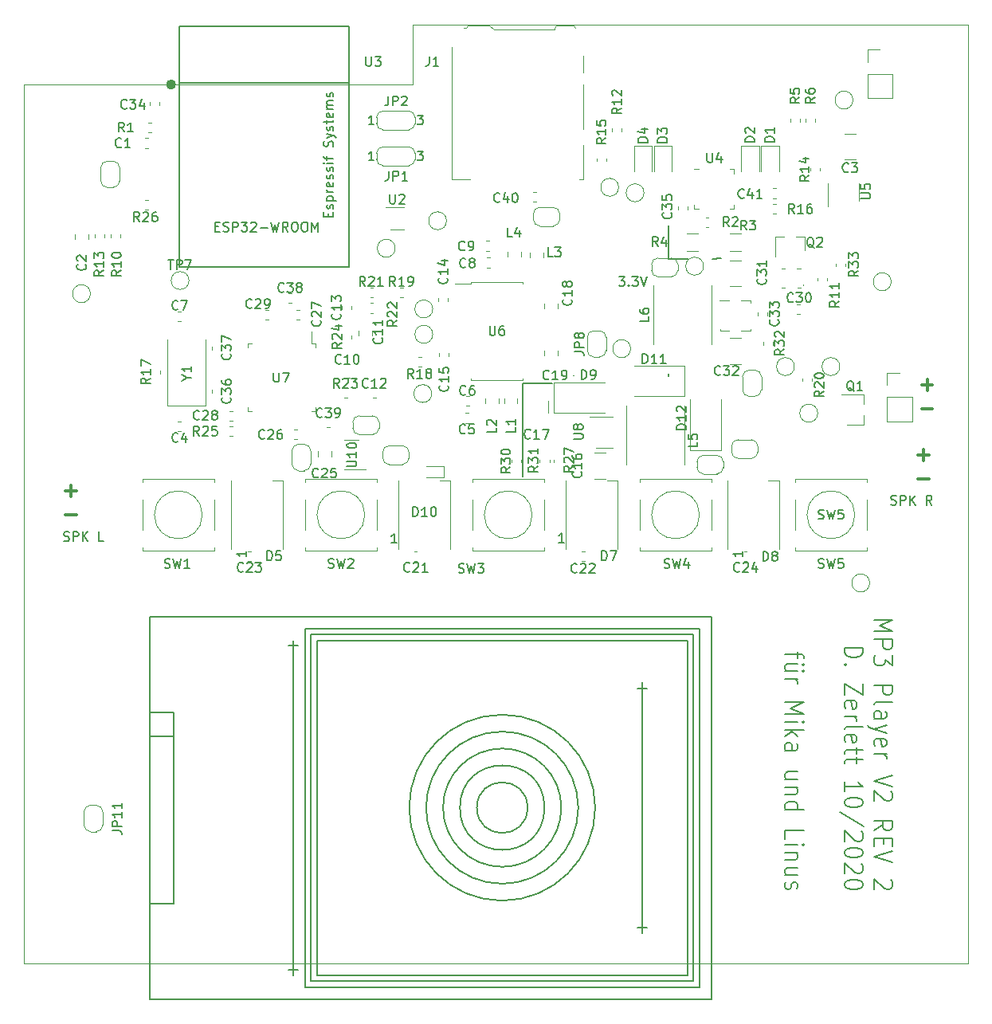
<source format=gbr>
G04 #@! TF.GenerationSoftware,KiCad,Pcbnew,5.1.7*
G04 #@! TF.CreationDate,2020-11-03T15:06:47+01:00*
G04 #@! TF.ProjectId,audioplayer,61756469-6f70-46c6-9179-65722e6b6963,rev?*
G04 #@! TF.SameCoordinates,Original*
G04 #@! TF.FileFunction,Legend,Top*
G04 #@! TF.FilePolarity,Positive*
%FSLAX46Y46*%
G04 Gerber Fmt 4.6, Leading zero omitted, Abs format (unit mm)*
G04 Created by KiCad (PCBNEW 5.1.7) date 2020-11-03 15:06:47*
%MOMM*%
%LPD*%
G01*
G04 APERTURE LIST*
%ADD10C,0.304800*%
%ADD11C,0.150000*%
G04 #@! TA.AperFunction,Profile*
%ADD12C,0.100000*%
G04 #@! TD*
%ADD13C,0.120000*%
%ADD14C,0.100000*%
%ADD15C,0.500000*%
G04 APERTURE END LIST*
D10*
X60887428Y-73641857D02*
X62048571Y-73641857D01*
X60887428Y-71101857D02*
X62048571Y-71101857D01*
X61468000Y-71682428D02*
X61468000Y-70521285D01*
X151501928Y-69831857D02*
X152663071Y-69831857D01*
X151501928Y-67291857D02*
X152663071Y-67291857D01*
X152082500Y-67872428D02*
X152082500Y-66711285D01*
X151882928Y-62402357D02*
X153044071Y-62402357D01*
X151882928Y-59862357D02*
X153044071Y-59862357D01*
X152463500Y-60442928D02*
X152463500Y-59281785D01*
D11*
X130543300Y-46418500D02*
X129667000Y-46456600D01*
X148633133Y-72566161D02*
X148775990Y-72613780D01*
X149014085Y-72613780D01*
X149109323Y-72566161D01*
X149156942Y-72518542D01*
X149204561Y-72423304D01*
X149204561Y-72328066D01*
X149156942Y-72232828D01*
X149109323Y-72185209D01*
X149014085Y-72137590D01*
X148823609Y-72089971D01*
X148728371Y-72042352D01*
X148680752Y-71994733D01*
X148633133Y-71899495D01*
X148633133Y-71804257D01*
X148680752Y-71709019D01*
X148728371Y-71661400D01*
X148823609Y-71613780D01*
X149061704Y-71613780D01*
X149204561Y-71661400D01*
X149633133Y-72613780D02*
X149633133Y-71613780D01*
X150014085Y-71613780D01*
X150109323Y-71661400D01*
X150156942Y-71709019D01*
X150204561Y-71804257D01*
X150204561Y-71947114D01*
X150156942Y-72042352D01*
X150109323Y-72089971D01*
X150014085Y-72137590D01*
X149633133Y-72137590D01*
X150633133Y-72613780D02*
X150633133Y-71613780D01*
X151204561Y-72613780D02*
X150775990Y-72042352D01*
X151204561Y-71613780D02*
X150633133Y-72185209D01*
X152966466Y-72613780D02*
X152633133Y-72137590D01*
X152395038Y-72613780D02*
X152395038Y-71613780D01*
X152775990Y-71613780D01*
X152871228Y-71661400D01*
X152918847Y-71709019D01*
X152966466Y-71804257D01*
X152966466Y-71947114D01*
X152918847Y-72042352D01*
X152871228Y-72089971D01*
X152775990Y-72137590D01*
X152395038Y-72137590D01*
X60730071Y-76414261D02*
X60872928Y-76461880D01*
X61111023Y-76461880D01*
X61206261Y-76414261D01*
X61253880Y-76366642D01*
X61301500Y-76271404D01*
X61301500Y-76176166D01*
X61253880Y-76080928D01*
X61206261Y-76033309D01*
X61111023Y-75985690D01*
X60920547Y-75938071D01*
X60825309Y-75890452D01*
X60777690Y-75842833D01*
X60730071Y-75747595D01*
X60730071Y-75652357D01*
X60777690Y-75557119D01*
X60825309Y-75509500D01*
X60920547Y-75461880D01*
X61158642Y-75461880D01*
X61301500Y-75509500D01*
X61730071Y-76461880D02*
X61730071Y-75461880D01*
X62111023Y-75461880D01*
X62206261Y-75509500D01*
X62253880Y-75557119D01*
X62301500Y-75652357D01*
X62301500Y-75795214D01*
X62253880Y-75890452D01*
X62206261Y-75938071D01*
X62111023Y-75985690D01*
X61730071Y-75985690D01*
X62730071Y-76461880D02*
X62730071Y-75461880D01*
X63301500Y-76461880D02*
X62872928Y-75890452D01*
X63301500Y-75461880D02*
X62730071Y-76033309D01*
X64968166Y-76461880D02*
X64491976Y-76461880D01*
X64491976Y-75461880D01*
X146822238Y-84850071D02*
X148822238Y-84850071D01*
X147393666Y-85450071D01*
X148822238Y-86050071D01*
X146822238Y-86050071D01*
X146822238Y-86907214D02*
X148822238Y-86907214D01*
X148822238Y-87592928D01*
X148727000Y-87764357D01*
X148631761Y-87850071D01*
X148441285Y-87935785D01*
X148155571Y-87935785D01*
X147965095Y-87850071D01*
X147869857Y-87764357D01*
X147774619Y-87592928D01*
X147774619Y-86907214D01*
X148822238Y-88535785D02*
X148822238Y-89650071D01*
X148060333Y-89050071D01*
X148060333Y-89307214D01*
X147965095Y-89478642D01*
X147869857Y-89564357D01*
X147679380Y-89650071D01*
X147203190Y-89650071D01*
X147012714Y-89564357D01*
X146917476Y-89478642D01*
X146822238Y-89307214D01*
X146822238Y-88792928D01*
X146917476Y-88621500D01*
X147012714Y-88535785D01*
X146822238Y-91792928D02*
X148822238Y-91792928D01*
X148822238Y-92478642D01*
X148727000Y-92650071D01*
X148631761Y-92735785D01*
X148441285Y-92821500D01*
X148155571Y-92821500D01*
X147965095Y-92735785D01*
X147869857Y-92650071D01*
X147774619Y-92478642D01*
X147774619Y-91792928D01*
X146822238Y-93850071D02*
X146917476Y-93678642D01*
X147107952Y-93592928D01*
X148822238Y-93592928D01*
X146822238Y-95307214D02*
X147869857Y-95307214D01*
X148060333Y-95221500D01*
X148155571Y-95050071D01*
X148155571Y-94707214D01*
X148060333Y-94535785D01*
X146917476Y-95307214D02*
X146822238Y-95135785D01*
X146822238Y-94707214D01*
X146917476Y-94535785D01*
X147107952Y-94450071D01*
X147298428Y-94450071D01*
X147488904Y-94535785D01*
X147584142Y-94707214D01*
X147584142Y-95135785D01*
X147679380Y-95307214D01*
X148155571Y-95992928D02*
X146822238Y-96421500D01*
X148155571Y-96850071D02*
X146822238Y-96421500D01*
X146346047Y-96250071D01*
X146250809Y-96164357D01*
X146155571Y-95992928D01*
X146917476Y-98221500D02*
X146822238Y-98050071D01*
X146822238Y-97707214D01*
X146917476Y-97535785D01*
X147107952Y-97450071D01*
X147869857Y-97450071D01*
X148060333Y-97535785D01*
X148155571Y-97707214D01*
X148155571Y-98050071D01*
X148060333Y-98221500D01*
X147869857Y-98307214D01*
X147679380Y-98307214D01*
X147488904Y-97450071D01*
X146822238Y-99078642D02*
X148155571Y-99078642D01*
X147774619Y-99078642D02*
X147965095Y-99164357D01*
X148060333Y-99250071D01*
X148155571Y-99421500D01*
X148155571Y-99592928D01*
X148822238Y-101307214D02*
X146822238Y-101907214D01*
X148822238Y-102507214D01*
X148631761Y-103021500D02*
X148727000Y-103107214D01*
X148822238Y-103278642D01*
X148822238Y-103707214D01*
X148727000Y-103878642D01*
X148631761Y-103964357D01*
X148441285Y-104050071D01*
X148250809Y-104050071D01*
X147965095Y-103964357D01*
X146822238Y-102935785D01*
X146822238Y-104050071D01*
X146822238Y-107221500D02*
X147774619Y-106621500D01*
X146822238Y-106192928D02*
X148822238Y-106192928D01*
X148822238Y-106878642D01*
X148727000Y-107050071D01*
X148631761Y-107135785D01*
X148441285Y-107221500D01*
X148155571Y-107221500D01*
X147965095Y-107135785D01*
X147869857Y-107050071D01*
X147774619Y-106878642D01*
X147774619Y-106192928D01*
X147869857Y-107992928D02*
X147869857Y-108592928D01*
X146822238Y-108850071D02*
X146822238Y-107992928D01*
X148822238Y-107992928D01*
X148822238Y-108850071D01*
X148822238Y-109364357D02*
X146822238Y-109964357D01*
X148822238Y-110564357D01*
X148631761Y-112450071D02*
X148727000Y-112535785D01*
X148822238Y-112707214D01*
X148822238Y-113135785D01*
X148727000Y-113307214D01*
X148631761Y-113392928D01*
X148441285Y-113478642D01*
X148250809Y-113478642D01*
X147965095Y-113392928D01*
X146822238Y-112364357D01*
X146822238Y-113478642D01*
X143672238Y-87764357D02*
X145672238Y-87764357D01*
X145672238Y-88192928D01*
X145577000Y-88450071D01*
X145386523Y-88621500D01*
X145196047Y-88707214D01*
X144815095Y-88792928D01*
X144529380Y-88792928D01*
X144148428Y-88707214D01*
X143957952Y-88621500D01*
X143767476Y-88450071D01*
X143672238Y-88192928D01*
X143672238Y-87764357D01*
X143862714Y-89564357D02*
X143767476Y-89650071D01*
X143672238Y-89564357D01*
X143767476Y-89478642D01*
X143862714Y-89564357D01*
X143672238Y-89564357D01*
X145672238Y-91621500D02*
X145672238Y-92821500D01*
X143672238Y-91621500D01*
X143672238Y-92821500D01*
X143767476Y-94192928D02*
X143672238Y-94021500D01*
X143672238Y-93678642D01*
X143767476Y-93507214D01*
X143957952Y-93421500D01*
X144719857Y-93421500D01*
X144910333Y-93507214D01*
X145005571Y-93678642D01*
X145005571Y-94021500D01*
X144910333Y-94192928D01*
X144719857Y-94278642D01*
X144529380Y-94278642D01*
X144338904Y-93421500D01*
X143672238Y-95050071D02*
X145005571Y-95050071D01*
X144624619Y-95050071D02*
X144815095Y-95135785D01*
X144910333Y-95221500D01*
X145005571Y-95392928D01*
X145005571Y-95564357D01*
X143672238Y-96421500D02*
X143767476Y-96250071D01*
X143957952Y-96164357D01*
X145672238Y-96164357D01*
X143767476Y-97792928D02*
X143672238Y-97621500D01*
X143672238Y-97278642D01*
X143767476Y-97107214D01*
X143957952Y-97021500D01*
X144719857Y-97021500D01*
X144910333Y-97107214D01*
X145005571Y-97278642D01*
X145005571Y-97621500D01*
X144910333Y-97792928D01*
X144719857Y-97878642D01*
X144529380Y-97878642D01*
X144338904Y-97021500D01*
X145005571Y-98392928D02*
X145005571Y-99078642D01*
X145672238Y-98650071D02*
X143957952Y-98650071D01*
X143767476Y-98735785D01*
X143672238Y-98907214D01*
X143672238Y-99078642D01*
X145005571Y-99421500D02*
X145005571Y-100107214D01*
X145672238Y-99678642D02*
X143957952Y-99678642D01*
X143767476Y-99764357D01*
X143672238Y-99935785D01*
X143672238Y-100107214D01*
X143672238Y-103021500D02*
X143672238Y-101992928D01*
X143672238Y-102507214D02*
X145672238Y-102507214D01*
X145386523Y-102335785D01*
X145196047Y-102164357D01*
X145100809Y-101992928D01*
X145672238Y-104135785D02*
X145672238Y-104307214D01*
X145577000Y-104478642D01*
X145481761Y-104564357D01*
X145291285Y-104650071D01*
X144910333Y-104735785D01*
X144434142Y-104735785D01*
X144053190Y-104650071D01*
X143862714Y-104564357D01*
X143767476Y-104478642D01*
X143672238Y-104307214D01*
X143672238Y-104135785D01*
X143767476Y-103964357D01*
X143862714Y-103878642D01*
X144053190Y-103792928D01*
X144434142Y-103707214D01*
X144910333Y-103707214D01*
X145291285Y-103792928D01*
X145481761Y-103878642D01*
X145577000Y-103964357D01*
X145672238Y-104135785D01*
X145767476Y-106792928D02*
X143196047Y-105250071D01*
X145481761Y-107307214D02*
X145577000Y-107392928D01*
X145672238Y-107564357D01*
X145672238Y-107992928D01*
X145577000Y-108164357D01*
X145481761Y-108250071D01*
X145291285Y-108335785D01*
X145100809Y-108335785D01*
X144815095Y-108250071D01*
X143672238Y-107221500D01*
X143672238Y-108335785D01*
X145672238Y-109450071D02*
X145672238Y-109621500D01*
X145577000Y-109792928D01*
X145481761Y-109878642D01*
X145291285Y-109964357D01*
X144910333Y-110050071D01*
X144434142Y-110050071D01*
X144053190Y-109964357D01*
X143862714Y-109878642D01*
X143767476Y-109792928D01*
X143672238Y-109621500D01*
X143672238Y-109450071D01*
X143767476Y-109278642D01*
X143862714Y-109192928D01*
X144053190Y-109107214D01*
X144434142Y-109021500D01*
X144910333Y-109021500D01*
X145291285Y-109107214D01*
X145481761Y-109192928D01*
X145577000Y-109278642D01*
X145672238Y-109450071D01*
X145481761Y-110735785D02*
X145577000Y-110821500D01*
X145672238Y-110992928D01*
X145672238Y-111421500D01*
X145577000Y-111592928D01*
X145481761Y-111678642D01*
X145291285Y-111764357D01*
X145100809Y-111764357D01*
X144815095Y-111678642D01*
X143672238Y-110650071D01*
X143672238Y-111764357D01*
X145672238Y-112878642D02*
X145672238Y-113050071D01*
X145577000Y-113221500D01*
X145481761Y-113307214D01*
X145291285Y-113392928D01*
X144910333Y-113478642D01*
X144434142Y-113478642D01*
X144053190Y-113392928D01*
X143862714Y-113307214D01*
X143767476Y-113221500D01*
X143672238Y-113050071D01*
X143672238Y-112878642D01*
X143767476Y-112707214D01*
X143862714Y-112621500D01*
X144053190Y-112535785D01*
X144434142Y-112450071D01*
X144910333Y-112450071D01*
X145291285Y-112535785D01*
X145481761Y-112621500D01*
X145577000Y-112707214D01*
X145672238Y-112878642D01*
X138705571Y-88192928D02*
X138705571Y-88878642D01*
X137372238Y-88450071D02*
X139086523Y-88450071D01*
X139277000Y-88535785D01*
X139372238Y-88707214D01*
X139372238Y-88878642D01*
X138705571Y-90250071D02*
X137372238Y-90250071D01*
X138705571Y-89478642D02*
X137657952Y-89478642D01*
X137467476Y-89564357D01*
X137372238Y-89735785D01*
X137372238Y-89992928D01*
X137467476Y-90164357D01*
X137562714Y-90250071D01*
X139372238Y-89564357D02*
X139277000Y-89650071D01*
X139181761Y-89564357D01*
X139277000Y-89478642D01*
X139372238Y-89564357D01*
X139181761Y-89564357D01*
X139372238Y-90250071D02*
X139277000Y-90335785D01*
X139181761Y-90250071D01*
X139277000Y-90164357D01*
X139372238Y-90250071D01*
X139181761Y-90250071D01*
X137372238Y-91107214D02*
X138705571Y-91107214D01*
X138324619Y-91107214D02*
X138515095Y-91192928D01*
X138610333Y-91278642D01*
X138705571Y-91450071D01*
X138705571Y-91621500D01*
X137372238Y-93592928D02*
X139372238Y-93592928D01*
X137943666Y-94192928D01*
X139372238Y-94792928D01*
X137372238Y-94792928D01*
X137372238Y-95650071D02*
X138705571Y-95650071D01*
X139372238Y-95650071D02*
X139277000Y-95564357D01*
X139181761Y-95650071D01*
X139277000Y-95735785D01*
X139372238Y-95650071D01*
X139181761Y-95650071D01*
X137372238Y-96507214D02*
X139372238Y-96507214D01*
X138134142Y-96678642D02*
X137372238Y-97192928D01*
X138705571Y-97192928D02*
X137943666Y-96507214D01*
X137372238Y-98735785D02*
X138419857Y-98735785D01*
X138610333Y-98650071D01*
X138705571Y-98478642D01*
X138705571Y-98135785D01*
X138610333Y-97964357D01*
X137467476Y-98735785D02*
X137372238Y-98564357D01*
X137372238Y-98135785D01*
X137467476Y-97964357D01*
X137657952Y-97878642D01*
X137848428Y-97878642D01*
X138038904Y-97964357D01*
X138134142Y-98135785D01*
X138134142Y-98564357D01*
X138229380Y-98735785D01*
X138705571Y-101735785D02*
X137372238Y-101735785D01*
X138705571Y-100964357D02*
X137657952Y-100964357D01*
X137467476Y-101050071D01*
X137372238Y-101221500D01*
X137372238Y-101478642D01*
X137467476Y-101650071D01*
X137562714Y-101735785D01*
X138705571Y-102592928D02*
X137372238Y-102592928D01*
X138515095Y-102592928D02*
X138610333Y-102678642D01*
X138705571Y-102850071D01*
X138705571Y-103107214D01*
X138610333Y-103278642D01*
X138419857Y-103364357D01*
X137372238Y-103364357D01*
X137372238Y-104992928D02*
X139372238Y-104992928D01*
X137467476Y-104992928D02*
X137372238Y-104821500D01*
X137372238Y-104478642D01*
X137467476Y-104307214D01*
X137562714Y-104221500D01*
X137753190Y-104135785D01*
X138324619Y-104135785D01*
X138515095Y-104221500D01*
X138610333Y-104307214D01*
X138705571Y-104478642D01*
X138705571Y-104821500D01*
X138610333Y-104992928D01*
X137372238Y-108078642D02*
X137372238Y-107221500D01*
X139372238Y-107221500D01*
X137372238Y-108678642D02*
X138705571Y-108678642D01*
X139372238Y-108678642D02*
X139277000Y-108592928D01*
X139181761Y-108678642D01*
X139277000Y-108764357D01*
X139372238Y-108678642D01*
X139181761Y-108678642D01*
X138705571Y-109535785D02*
X137372238Y-109535785D01*
X138515095Y-109535785D02*
X138610333Y-109621500D01*
X138705571Y-109792928D01*
X138705571Y-110050071D01*
X138610333Y-110221500D01*
X138419857Y-110307214D01*
X137372238Y-110307214D01*
X138705571Y-111935785D02*
X137372238Y-111935785D01*
X138705571Y-111164357D02*
X137657952Y-111164357D01*
X137467476Y-111250071D01*
X137372238Y-111421500D01*
X137372238Y-111678642D01*
X137467476Y-111850071D01*
X137562714Y-111935785D01*
X137467476Y-112707214D02*
X137372238Y-112878642D01*
X137372238Y-113221500D01*
X137467476Y-113392928D01*
X137657952Y-113478642D01*
X137753190Y-113478642D01*
X137943666Y-113392928D01*
X138038904Y-113221500D01*
X138038904Y-112964357D01*
X138134142Y-112792928D01*
X138324619Y-112707214D01*
X138419857Y-112707214D01*
X138610333Y-112792928D01*
X138705571Y-112964357D01*
X138705571Y-113221500D01*
X138610333Y-113392928D01*
X124968000Y-58928000D02*
X124968000Y-58674000D01*
X124968000Y-42926000D02*
X124968000Y-46482000D01*
X114935000Y-58877200D02*
X114935000Y-58851800D01*
X109474000Y-59690000D02*
X112649000Y-59690000D01*
X109474000Y-69596000D02*
X109474000Y-59690000D01*
X119707209Y-48347380D02*
X120326257Y-48347380D01*
X119992923Y-48728333D01*
X120135780Y-48728333D01*
X120231019Y-48775952D01*
X120278638Y-48823571D01*
X120326257Y-48918809D01*
X120326257Y-49156904D01*
X120278638Y-49252142D01*
X120231019Y-49299761D01*
X120135780Y-49347380D01*
X119850066Y-49347380D01*
X119754828Y-49299761D01*
X119707209Y-49252142D01*
X120754828Y-49252142D02*
X120802447Y-49299761D01*
X120754828Y-49347380D01*
X120707209Y-49299761D01*
X120754828Y-49252142D01*
X120754828Y-49347380D01*
X121135780Y-48347380D02*
X121754828Y-48347380D01*
X121421495Y-48728333D01*
X121564352Y-48728333D01*
X121659590Y-48775952D01*
X121707209Y-48823571D01*
X121754828Y-48918809D01*
X121754828Y-49156904D01*
X121707209Y-49252142D01*
X121659590Y-49299761D01*
X121564352Y-49347380D01*
X121278638Y-49347380D01*
X121183400Y-49299761D01*
X121135780Y-49252142D01*
X122040542Y-48347380D02*
X122373876Y-49347380D01*
X122707209Y-48347380D01*
X127127000Y-46482000D02*
X124968000Y-46482000D01*
D12*
X156845000Y-121285000D02*
X56515000Y-121285000D01*
X156845000Y-121285000D02*
X156845000Y-21590000D01*
X56515000Y-27940000D02*
X56515000Y-121285000D01*
X97790000Y-21590000D02*
X156845000Y-21590000D01*
X97790000Y-27940000D02*
X97790000Y-21590000D01*
X56515000Y-27940000D02*
X97790000Y-27940000D01*
D13*
X146117000Y-29397000D02*
X148777000Y-29397000D01*
X146117000Y-26797000D02*
X146117000Y-29397000D01*
X148777000Y-26797000D02*
X148777000Y-29397000D01*
X146117000Y-26797000D02*
X148777000Y-26797000D01*
X146117000Y-25527000D02*
X146117000Y-24197000D01*
X146117000Y-24197000D02*
X147447000Y-24197000D01*
X127255000Y-66773000D02*
X130555000Y-66773000D01*
X130555000Y-66773000D02*
X130555000Y-61373000D01*
X127255000Y-66773000D02*
X127255000Y-61373000D01*
X145730000Y-64134000D02*
X145730000Y-63084000D01*
X143930000Y-64134000D02*
X145730000Y-64134000D01*
X145730000Y-60834000D02*
X145730000Y-61884000D01*
X143330000Y-60834000D02*
X145730000Y-60834000D01*
X80263600Y-62217200D02*
X80263600Y-62667200D01*
X80263600Y-62667200D02*
X80713600Y-62667200D01*
X80263600Y-55897200D02*
X80263600Y-55447200D01*
X80263600Y-55447200D02*
X80713600Y-55447200D01*
X87483600Y-62217200D02*
X87483600Y-62667200D01*
X87483600Y-62667200D02*
X87033600Y-62667200D01*
X87483600Y-55897200D02*
X87483600Y-55447200D01*
X87483600Y-55447200D02*
X87033600Y-55447200D01*
X87033600Y-55447200D02*
X87033600Y-54157200D01*
X138364000Y-57912000D02*
G75*
G03*
X138364000Y-57912000I-950000J0D01*
G01*
X71737000Y-55021600D02*
X71737000Y-62021600D01*
X71737000Y-62021600D02*
X75837000Y-62021600D01*
X75837000Y-62021600D02*
X75837000Y-55021600D01*
X95946000Y-45339000D02*
G75*
G03*
X95946000Y-45339000I-950000J0D01*
G01*
X101407000Y-42418000D02*
G75*
G03*
X101407000Y-42418000I-950000J0D01*
G01*
X122387400Y-39446200D02*
G75*
G03*
X122387400Y-39446200I-950000J0D01*
G01*
X119695000Y-38862000D02*
G75*
G03*
X119695000Y-38862000I-950000J0D01*
G01*
X113429000Y-41686200D02*
X113429000Y-42286200D01*
X111329000Y-40986200D02*
X112729000Y-40986200D01*
X110629000Y-42286200D02*
X110629000Y-41686200D01*
X112729000Y-42986200D02*
X111329000Y-42986200D01*
X113429000Y-42286200D02*
G75*
G02*
X112729000Y-42986200I-700000J0D01*
G01*
X112729000Y-40986200D02*
G75*
G02*
X113429000Y-41686200I0J-700000D01*
G01*
X110629000Y-41686200D02*
G75*
G02*
X111329000Y-40986200I700000J0D01*
G01*
X111329000Y-42986200D02*
G75*
G02*
X110629000Y-42286200I0J700000D01*
G01*
X125287000Y-48371000D02*
X123887000Y-48371000D01*
X123187000Y-47671000D02*
X123187000Y-47071000D01*
X123887000Y-46371000D02*
X125287000Y-46371000D01*
X125987000Y-47071000D02*
X125987000Y-47671000D01*
X125987000Y-47671000D02*
G75*
G02*
X125287000Y-48371000I-700000J0D01*
G01*
X125287000Y-46371000D02*
G75*
G02*
X125987000Y-47071000I0J-700000D01*
G01*
X123187000Y-47071000D02*
G75*
G02*
X123887000Y-46371000I700000J0D01*
G01*
X123887000Y-48371000D02*
G75*
G02*
X123187000Y-47671000I0J700000D01*
G01*
X64881000Y-105218000D02*
X64881000Y-106618000D01*
X64181000Y-107318000D02*
X63581000Y-107318000D01*
X62881000Y-106618000D02*
X62881000Y-105218000D01*
X63581000Y-104518000D02*
X64181000Y-104518000D01*
X64181000Y-104518000D02*
G75*
G02*
X64881000Y-105218000I0J-700000D01*
G01*
X62881000Y-105218000D02*
G75*
G02*
X63581000Y-104518000I700000J0D01*
G01*
X63581000Y-107318000D02*
G75*
G02*
X62881000Y-106618000I0J700000D01*
G01*
X64881000Y-106618000D02*
G75*
G02*
X64181000Y-107318000I-700000J0D01*
G01*
X64659000Y-38180000D02*
X64659000Y-36780000D01*
X65359000Y-36080000D02*
X65959000Y-36080000D01*
X66659000Y-36780000D02*
X66659000Y-38180000D01*
X65959000Y-38880000D02*
X65359000Y-38880000D01*
X65359000Y-38880000D02*
G75*
G02*
X64659000Y-38180000I0J700000D01*
G01*
X66659000Y-38180000D02*
G75*
G02*
X65959000Y-38880000I-700000J0D01*
G01*
X65959000Y-36080000D02*
G75*
G02*
X66659000Y-36780000I0J-700000D01*
G01*
X64659000Y-36780000D02*
G75*
G02*
X65359000Y-36080000I700000J0D01*
G01*
X148212500Y-58550500D02*
X149542500Y-58550500D01*
X148212500Y-59880500D02*
X148212500Y-58550500D01*
X148212500Y-61150500D02*
X150872500Y-61150500D01*
X150872500Y-61150500D02*
X150872500Y-63750500D01*
X148212500Y-61150500D02*
X148212500Y-63750500D01*
X148212500Y-63750500D02*
X150872500Y-63750500D01*
X63561000Y-50165000D02*
G75*
G03*
X63561000Y-50165000I-950000J0D01*
G01*
X146365000Y-80899000D02*
G75*
G03*
X146365000Y-80899000I-950000J0D01*
G01*
X143190000Y-57912000D02*
G75*
G03*
X143190000Y-57912000I-950000J0D01*
G01*
X144587000Y-29591000D02*
G75*
G03*
X144587000Y-29591000I-950000J0D01*
G01*
X74038500Y-48768000D02*
G75*
G03*
X74038500Y-48768000I-950000J0D01*
G01*
X84979000Y-68264000D02*
X84979000Y-66864000D01*
X85679000Y-66164000D02*
X86279000Y-66164000D01*
X86979000Y-66864000D02*
X86979000Y-68264000D01*
X86279000Y-68964000D02*
X85679000Y-68964000D01*
X85679000Y-68964000D02*
G75*
G02*
X84979000Y-68264000I0J700000D01*
G01*
X86979000Y-68264000D02*
G75*
G02*
X86279000Y-68964000I-700000J0D01*
G01*
X86279000Y-66164000D02*
G75*
G02*
X86979000Y-66864000I0J-700000D01*
G01*
X84979000Y-66864000D02*
G75*
G02*
X85679000Y-66164000I700000J0D01*
G01*
X116348000Y-56199000D02*
X116348000Y-54799000D01*
X117048000Y-54099000D02*
X117648000Y-54099000D01*
X118348000Y-54799000D02*
X118348000Y-56199000D01*
X117648000Y-56899000D02*
X117048000Y-56899000D01*
X117048000Y-56899000D02*
G75*
G02*
X116348000Y-56199000I0J700000D01*
G01*
X118348000Y-56199000D02*
G75*
G02*
X117648000Y-56899000I-700000J0D01*
G01*
X117648000Y-54099000D02*
G75*
G02*
X118348000Y-54799000I0J-700000D01*
G01*
X116348000Y-54799000D02*
G75*
G02*
X117048000Y-54099000I700000J0D01*
G01*
X92137000Y-63135000D02*
X93537000Y-63135000D01*
X94237000Y-63835000D02*
X94237000Y-64435000D01*
X93537000Y-65135000D02*
X92137000Y-65135000D01*
X91437000Y-64435000D02*
X91437000Y-63835000D01*
X91437000Y-63835000D02*
G75*
G02*
X92137000Y-63135000I700000J0D01*
G01*
X92137000Y-65135000D02*
G75*
G02*
X91437000Y-64435000I0J700000D01*
G01*
X94237000Y-64435000D02*
G75*
G02*
X93537000Y-65135000I-700000J0D01*
G01*
X93537000Y-63135000D02*
G75*
G02*
X94237000Y-63835000I0J-700000D01*
G01*
D14*
X137036300Y-49501300D02*
X137336300Y-49501300D01*
X138736300Y-49501300D02*
X139036300Y-49501300D01*
X138636300Y-47501300D02*
X139036300Y-47501300D01*
X137036300Y-47501300D02*
X137336300Y-47501300D01*
X139336300Y-49301300D02*
X139336300Y-49301300D01*
X139336300Y-49201300D02*
X139336300Y-49201300D01*
X139336300Y-49301300D02*
G75*
G03*
X139336300Y-49201300I0J50000D01*
G01*
X139336300Y-49201300D02*
G75*
G03*
X139336300Y-49301300I0J-50000D01*
G01*
D13*
X99249000Y-68488000D02*
X101099000Y-68488000D01*
X99249000Y-69688000D02*
X101099000Y-69688000D01*
X101099000Y-69688000D02*
X101099000Y-68488000D01*
X136108221Y-41658000D02*
X136433779Y-41658000D01*
X136108221Y-40638000D02*
X136433779Y-40638000D01*
X141861000Y-48803779D02*
X141861000Y-48478221D01*
X140841000Y-48803779D02*
X140841000Y-48478221D01*
X132858000Y-60375000D02*
X132858000Y-58975000D01*
X133558000Y-58275000D02*
X134158000Y-58275000D01*
X134858000Y-58975000D02*
X134858000Y-60375000D01*
X134158000Y-61075000D02*
X133558000Y-61075000D01*
X133558000Y-61075000D02*
G75*
G02*
X132858000Y-60375000I0J700000D01*
G01*
X134858000Y-60375000D02*
G75*
G02*
X134158000Y-61075000I-700000J0D01*
G01*
X134158000Y-58275000D02*
G75*
G02*
X134858000Y-58975000I0J-700000D01*
G01*
X132858000Y-58975000D02*
G75*
G02*
X133558000Y-58275000I700000J0D01*
G01*
X96712000Y-68310000D02*
X95312000Y-68310000D01*
X94612000Y-67610000D02*
X94612000Y-67010000D01*
X95312000Y-66310000D02*
X96712000Y-66310000D01*
X97412000Y-67010000D02*
X97412000Y-67610000D01*
X97412000Y-67610000D02*
G75*
G02*
X96712000Y-68310000I-700000J0D01*
G01*
X96712000Y-66310000D02*
G75*
G02*
X97412000Y-67010000I0J-700000D01*
G01*
X94612000Y-67010000D02*
G75*
G02*
X95312000Y-66310000I700000J0D01*
G01*
X95312000Y-68310000D02*
G75*
G02*
X94612000Y-67610000I0J700000D01*
G01*
X130113000Y-69326000D02*
X128713000Y-69326000D01*
X128013000Y-68626000D02*
X128013000Y-68026000D01*
X128713000Y-67326000D02*
X130113000Y-67326000D01*
X130813000Y-68026000D02*
X130813000Y-68626000D01*
X130813000Y-68626000D02*
G75*
G02*
X130113000Y-69326000I-700000J0D01*
G01*
X130113000Y-67326000D02*
G75*
G02*
X130813000Y-68026000I0J-700000D01*
G01*
X128013000Y-68026000D02*
G75*
G02*
X128713000Y-67326000I700000J0D01*
G01*
X128713000Y-69326000D02*
G75*
G02*
X128013000Y-68626000I0J700000D01*
G01*
X132381000Y-65675000D02*
X133781000Y-65675000D01*
X134481000Y-66375000D02*
X134481000Y-66975000D01*
X133781000Y-67675000D02*
X132381000Y-67675000D01*
X131681000Y-66975000D02*
X131681000Y-66375000D01*
X131681000Y-66375000D02*
G75*
G02*
X132381000Y-65675000I700000J0D01*
G01*
X132381000Y-67675000D02*
G75*
G02*
X131681000Y-66975000I0J700000D01*
G01*
X134481000Y-66975000D02*
G75*
G02*
X133781000Y-67675000I-700000J0D01*
G01*
X133781000Y-65675000D02*
G75*
G02*
X134481000Y-66375000I0J-700000D01*
G01*
X136108221Y-40007000D02*
X136433779Y-40007000D01*
X136108221Y-38987000D02*
X136433779Y-38987000D01*
X138973779Y-51306000D02*
X138648221Y-51306000D01*
X138973779Y-52326000D02*
X138648221Y-52326000D01*
X75438000Y-73660000D02*
G75*
G03*
X75438000Y-73660000I-2540000J0D01*
G01*
X69088000Y-77170000D02*
X69088000Y-77470000D01*
X76708000Y-77170000D02*
X76708000Y-77470000D01*
X69088000Y-72090000D02*
X69088000Y-75230000D01*
X76708000Y-72090000D02*
X76708000Y-75230000D01*
X69088000Y-69850000D02*
X69088000Y-70150000D01*
X76708000Y-77470000D02*
X69088000Y-77470000D01*
X76708000Y-69850000D02*
X76708000Y-70150000D01*
X69088000Y-69850000D02*
X76708000Y-69850000D01*
X92710000Y-73660000D02*
G75*
G03*
X92710000Y-73660000I-2540000J0D01*
G01*
X93980000Y-70150000D02*
X93980000Y-69850000D01*
X86360000Y-70150000D02*
X86360000Y-69850000D01*
X93980000Y-75230000D02*
X93980000Y-72090000D01*
X86360000Y-75230000D02*
X86360000Y-72090000D01*
X93980000Y-77470000D02*
X93980000Y-77170000D01*
X86360000Y-69850000D02*
X93980000Y-69850000D01*
X86360000Y-77470000D02*
X86360000Y-77170000D01*
X93980000Y-77470000D02*
X86360000Y-77470000D01*
X84030000Y-70010000D02*
X82880000Y-70010000D01*
X84030000Y-77310000D02*
X84030000Y-70010000D01*
X78530000Y-77310000D02*
X78530000Y-70010000D01*
X136735000Y-70010000D02*
X135585000Y-70010000D01*
X136735000Y-77310000D02*
X136735000Y-70010000D01*
X131235000Y-77310000D02*
X131235000Y-70010000D01*
X143766000Y-47279779D02*
X143766000Y-46954221D01*
X142746000Y-47279779D02*
X142746000Y-46954221D01*
X139502000Y-44071000D02*
X139502000Y-45531000D01*
X136342000Y-44071000D02*
X136342000Y-46231000D01*
X136342000Y-44071000D02*
X137272000Y-44071000D01*
X139502000Y-44071000D02*
X138572000Y-44071000D01*
X126717000Y-61086000D02*
X121317000Y-61086000D01*
X126717000Y-57786000D02*
X121317000Y-57786000D01*
X126717000Y-61086000D02*
X126717000Y-57786000D01*
X129541200Y-55538000D02*
X129541200Y-49238000D01*
X123341200Y-55538000D02*
X123341200Y-49238000D01*
X131528736Y-45614000D02*
X132732864Y-45614000D01*
X131528736Y-43794000D02*
X132732864Y-43794000D01*
X132996721Y-78551500D02*
X133322279Y-78551500D01*
X132996721Y-77531500D02*
X133322279Y-77531500D01*
X80291721Y-78551500D02*
X80617279Y-78551500D01*
X80291721Y-77531500D02*
X80617279Y-77531500D01*
X109349000Y-68107779D02*
X109349000Y-67782221D01*
X108329000Y-68107779D02*
X108329000Y-67782221D01*
X126671000Y-68364500D02*
X126671000Y-62064500D01*
X120471000Y-68364500D02*
X120471000Y-62064500D01*
D11*
X91042000Y-21794000D02*
X73042000Y-21794000D01*
X91042000Y-47294000D02*
X73042000Y-47294000D01*
X91042000Y-21794000D02*
X91042000Y-47294000D01*
X73042000Y-21794000D02*
X73042000Y-47294000D01*
X91042000Y-27794000D02*
X73042000Y-27794000D01*
D15*
X72419981Y-27940000D02*
G75*
G03*
X72419981Y-27940000I-283981J0D01*
G01*
D13*
X98714779Y-56894000D02*
X98389221Y-56894000D01*
X98714779Y-57914000D02*
X98389221Y-57914000D01*
X128110064Y-43794000D02*
X126905936Y-43794000D01*
X128110064Y-45614000D02*
X126905936Y-45614000D01*
X131477936Y-57621000D02*
X132682064Y-57621000D01*
X131477936Y-54901000D02*
X132682064Y-54901000D01*
X131477936Y-49366000D02*
X132682064Y-49366000D01*
X131477936Y-46646000D02*
X132682064Y-46646000D01*
X113227000Y-56697378D02*
X113227000Y-56180222D01*
X111807000Y-56697378D02*
X111807000Y-56180222D01*
X111812000Y-51201822D02*
X111812000Y-51718978D01*
X113232000Y-51201822D02*
X113232000Y-51718978D01*
X109511000Y-61577136D02*
X109511000Y-62781264D01*
X112231000Y-61577136D02*
X112231000Y-62781264D01*
X118331064Y-67093000D02*
X117126936Y-67093000D01*
X118331064Y-69813000D02*
X117126936Y-69813000D01*
X93496200Y-54639978D02*
X93496200Y-54122822D01*
X92076200Y-54639978D02*
X92076200Y-54122822D01*
X91127078Y-57646500D02*
X90609922Y-57646500D01*
X91127078Y-59066500D02*
X90609922Y-59066500D01*
X89165500Y-67441578D02*
X89165500Y-66924422D01*
X87745500Y-67441578D02*
X87745500Y-66924422D01*
X144874064Y-33184000D02*
X143669936Y-33184000D01*
X144874064Y-35904000D02*
X143669936Y-35904000D01*
X61901000Y-43873922D02*
X61901000Y-44391078D01*
X63321000Y-43873922D02*
X63321000Y-44391078D01*
X111708000Y-46296078D02*
X111708000Y-45778922D01*
X110288000Y-46296078D02*
X110288000Y-45778922D01*
X103794779Y-61021500D02*
X103469221Y-61021500D01*
X103794779Y-62041500D02*
X103469221Y-62041500D01*
X93283821Y-50573400D02*
X93609379Y-50573400D01*
X93283821Y-49553400D02*
X93609379Y-49553400D01*
X137920000Y-31587221D02*
X137920000Y-31912779D01*
X138940000Y-31587221D02*
X138940000Y-31912779D01*
D11*
X117193282Y-104775000D02*
G75*
G03*
X117193282Y-104775000I-9878282J0D01*
G01*
X115397231Y-104775000D02*
G75*
G03*
X115397231Y-104775000I-8082231J0D01*
G01*
X113601179Y-104775000D02*
G75*
G03*
X113601179Y-104775000I-6286179J0D01*
G01*
X111805128Y-104775000D02*
G75*
G03*
X111805128Y-104775000I-4490128J0D01*
G01*
X110009077Y-104775000D02*
G75*
G03*
X110009077Y-104775000I-2694077J0D01*
G01*
X127635000Y-86360000D02*
X86995000Y-86360000D01*
X127635000Y-123190000D02*
X127635000Y-86360000D01*
X86995000Y-123190000D02*
X127635000Y-123190000D01*
X86995000Y-86360000D02*
X86995000Y-123190000D01*
X127000000Y-86995000D02*
X87630000Y-86995000D01*
X127000000Y-122555000D02*
X127000000Y-86995000D01*
X87630000Y-122555000D02*
X127000000Y-122555000D01*
X87630000Y-86995000D02*
X87630000Y-122555000D01*
X128270000Y-85725000D02*
X86360000Y-85725000D01*
X128270000Y-123825000D02*
X128270000Y-85725000D01*
X86360000Y-123825000D02*
X128270000Y-123825000D01*
X86360000Y-85725000D02*
X86360000Y-123825000D01*
X121666000Y-117475000D02*
X122682000Y-117475000D01*
X121666000Y-92075000D02*
X122682000Y-92075000D01*
X85598000Y-122021600D02*
X84582000Y-122021600D01*
X85598000Y-87528400D02*
X84582000Y-87528400D01*
X85090000Y-86995000D02*
X85090000Y-122555000D01*
X122174000Y-91440000D02*
X122174000Y-118110000D01*
X129540000Y-125095000D02*
X69850000Y-125095000D01*
X129540000Y-84455000D02*
X129540000Y-125095000D01*
X69850000Y-84455000D02*
X129540000Y-84455000D01*
X69850000Y-84455000D02*
X69850000Y-125095000D01*
X69850000Y-97155000D02*
X72390000Y-97155000D01*
X69850000Y-94615000D02*
X69850000Y-97155000D01*
X72390000Y-94615000D02*
X69850000Y-94615000D01*
X72390000Y-114935000D02*
X72390000Y-94615000D01*
X69850000Y-114935000D02*
X72390000Y-114935000D01*
X69850000Y-94615000D02*
X69850000Y-114935000D01*
D13*
X110581221Y-40388000D02*
X110906779Y-40388000D01*
X110581221Y-39368000D02*
X110906779Y-39368000D01*
X99933800Y-51790600D02*
G75*
G03*
X99933800Y-51790600I-950000J0D01*
G01*
X99832200Y-60782200D02*
G75*
G03*
X99832200Y-60782200I-950000J0D01*
G01*
X99933800Y-54483000D02*
G75*
G03*
X99933800Y-54483000I-950000J0D01*
G01*
X110490000Y-73660000D02*
G75*
G03*
X110490000Y-73660000I-2540000J0D01*
G01*
X111760000Y-70150000D02*
X111760000Y-69850000D01*
X104140000Y-70150000D02*
X104140000Y-69850000D01*
X111760000Y-75230000D02*
X111760000Y-72090000D01*
X104140000Y-75230000D02*
X104140000Y-72090000D01*
X111760000Y-77470000D02*
X111760000Y-77170000D01*
X104140000Y-69850000D02*
X111760000Y-69850000D01*
X104140000Y-77470000D02*
X104140000Y-77170000D01*
X111760000Y-77470000D02*
X104140000Y-77470000D01*
X97944721Y-78551500D02*
X98270279Y-78551500D01*
X97944721Y-77531500D02*
X98270279Y-77531500D01*
X115750221Y-78589600D02*
X116075779Y-78589600D01*
X115750221Y-77569600D02*
X116075779Y-77569600D01*
X130440000Y-50904500D02*
X131445000Y-50904500D01*
X133690000Y-50904500D02*
X133690000Y-51134500D01*
X132715000Y-50904500D02*
X133690000Y-50904500D01*
X132715000Y-54124500D02*
X133690000Y-54124500D01*
X133690000Y-53894500D02*
X133690000Y-54124500D01*
X130470000Y-54124500D02*
X131445000Y-54124500D01*
X130470000Y-53894500D02*
X130470000Y-54124500D01*
X144780000Y-73660000D02*
G75*
G03*
X144780000Y-73660000I-2540000J0D01*
G01*
X138430000Y-77170000D02*
X138430000Y-77470000D01*
X146050000Y-77170000D02*
X146050000Y-77470000D01*
X138430000Y-72090000D02*
X138430000Y-75230000D01*
X146050000Y-72090000D02*
X146050000Y-75230000D01*
X138430000Y-69850000D02*
X138430000Y-70150000D01*
X146050000Y-77470000D02*
X138430000Y-77470000D01*
X146050000Y-69850000D02*
X146050000Y-70150000D01*
X138430000Y-69850000D02*
X146050000Y-69850000D01*
X128270000Y-73660000D02*
G75*
G03*
X128270000Y-73660000I-2540000J0D01*
G01*
X121920000Y-77170000D02*
X121920000Y-77470000D01*
X129540000Y-77170000D02*
X129540000Y-77470000D01*
X121920000Y-72090000D02*
X121920000Y-75230000D01*
X129540000Y-72090000D02*
X129540000Y-75230000D01*
X121920000Y-69850000D02*
X121920000Y-70150000D01*
X129540000Y-77470000D02*
X121920000Y-77470000D01*
X129540000Y-69850000D02*
X129540000Y-70150000D01*
X121920000Y-69850000D02*
X129540000Y-69850000D01*
X135062500Y-55272721D02*
X135062500Y-55598279D01*
X136082500Y-55272721D02*
X136082500Y-55598279D01*
X119590000Y-70010000D02*
X118440000Y-70010000D01*
X119590000Y-77310000D02*
X119590000Y-70010000D01*
X114090000Y-77310000D02*
X114090000Y-70010000D01*
X101810000Y-70010000D02*
X100660000Y-70010000D01*
X101810000Y-77310000D02*
X101810000Y-70010000D01*
X96310000Y-77310000D02*
X96310000Y-70010000D01*
X132707500Y-34446500D02*
X132707500Y-37131500D01*
X134627500Y-34446500D02*
X132707500Y-34446500D01*
X134627500Y-37131500D02*
X134627500Y-34446500D01*
X134803000Y-34446500D02*
X134803000Y-37131500D01*
X136723000Y-34446500D02*
X134803000Y-34446500D01*
X136723000Y-37131500D02*
X136723000Y-34446500D01*
X121315600Y-34446500D02*
X121315600Y-37131500D01*
X123235600Y-34446500D02*
X121315600Y-34446500D01*
X123235600Y-37131500D02*
X123235600Y-34446500D01*
X123423800Y-34459200D02*
X123423800Y-37144200D01*
X125343800Y-34459200D02*
X123423800Y-34459200D01*
X125343800Y-37144200D02*
X125343800Y-34459200D01*
X125982000Y-40883721D02*
X125982000Y-41209279D01*
X127002000Y-40883721D02*
X127002000Y-41209279D01*
X120965000Y-56007000D02*
G75*
G03*
X120965000Y-56007000I-950000J0D01*
G01*
X69695279Y-33653000D02*
X69369721Y-33653000D01*
X69695279Y-34673000D02*
X69369721Y-34673000D01*
X76474600Y-60360421D02*
X76474600Y-60685979D01*
X77494600Y-60360421D02*
X77494600Y-60685979D01*
X78686379Y-62613200D02*
X78360821Y-62613200D01*
X78686379Y-63633200D02*
X78360821Y-63633200D01*
X70995000Y-58658979D02*
X70995000Y-58333421D01*
X69975000Y-58658979D02*
X69975000Y-58333421D01*
X95439000Y-43324000D02*
X96839000Y-43324000D01*
X96839000Y-41004000D02*
X94939000Y-41004000D01*
X119073500Y-63287000D02*
X116623500Y-63287000D01*
X117273500Y-66507000D02*
X119073500Y-66507000D01*
X90487600Y-68871900D02*
X92787600Y-68871900D01*
X92087600Y-65671900D02*
X90487600Y-65671900D01*
X69682579Y-40206200D02*
X69357021Y-40206200D01*
X69682579Y-41226200D02*
X69357021Y-41226200D01*
X96758979Y-49553400D02*
X96433421Y-49553400D01*
X96758979Y-50573400D02*
X96433421Y-50573400D01*
X90295000Y-54637721D02*
X90295000Y-54963279D01*
X91315000Y-54637721D02*
X91315000Y-54963279D01*
X90840779Y-60196000D02*
X90515221Y-60196000D01*
X90840779Y-61216000D02*
X90515221Y-61216000D01*
X93283821Y-52199000D02*
X93609379Y-52199000D01*
X93283821Y-51179000D02*
X93609379Y-51179000D01*
X78648779Y-64260000D02*
X78323221Y-64260000D01*
X78648779Y-65280000D02*
X78323221Y-65280000D01*
X65026000Y-44168279D02*
X65026000Y-43842721D01*
X64006000Y-44168279D02*
X64006000Y-43842721D01*
X65720500Y-43842721D02*
X65720500Y-44168279D01*
X66740500Y-43842721D02*
X66740500Y-44168279D01*
X112333500Y-68107779D02*
X112333500Y-67782221D01*
X111313500Y-68107779D02*
X111313500Y-67782221D01*
X113857500Y-68107779D02*
X113857500Y-67782221D01*
X112837500Y-68107779D02*
X112837500Y-67782221D01*
X70012779Y-32002000D02*
X69687221Y-32002000D01*
X70012779Y-33022000D02*
X69687221Y-33022000D01*
X139571000Y-31587221D02*
X139571000Y-31912779D01*
X140591000Y-31587221D02*
X140591000Y-31912779D01*
X118366000Y-36103779D02*
X118366000Y-35778221D01*
X117346000Y-36103779D02*
X117346000Y-35778221D01*
X120017000Y-32928779D02*
X120017000Y-32603221D01*
X118997000Y-32928779D02*
X118997000Y-32603221D01*
X140079000Y-36794221D02*
X140079000Y-37119779D01*
X141099000Y-36794221D02*
X141099000Y-37119779D01*
X129262779Y-42052000D02*
X128937221Y-42052000D01*
X129262779Y-43072000D02*
X128937221Y-43072000D01*
X140210000Y-59471779D02*
X140210000Y-59146221D01*
X139190000Y-59471779D02*
X139190000Y-59146221D01*
X107875000Y-45715422D02*
X107875000Y-46232578D01*
X109295000Y-45715422D02*
X109295000Y-46232578D01*
X106937960Y-61828098D02*
X106937960Y-61310942D01*
X105517960Y-61828098D02*
X105517960Y-61310942D01*
X107519400Y-61311022D02*
X107519400Y-61828178D01*
X108939400Y-61311022D02*
X108939400Y-61828178D01*
X112805000Y-59564000D02*
X118205000Y-59564000D01*
X112805000Y-62864000D02*
X118205000Y-62864000D01*
X112805000Y-59564000D02*
X112805000Y-62864000D01*
X105628221Y-45595000D02*
X105953779Y-45595000D01*
X105628221Y-44575000D02*
X105953779Y-44575000D01*
X105691721Y-47373000D02*
X106017279Y-47373000D01*
X105691721Y-46353000D02*
X106017279Y-46353000D01*
X103731279Y-62863000D02*
X103405721Y-62863000D01*
X103731279Y-63883000D02*
X103405721Y-63883000D01*
X100582000Y-56479221D02*
X100582000Y-56804779D01*
X101602000Y-56479221D02*
X101602000Y-56804779D01*
X101576600Y-50988179D02*
X101576600Y-50662621D01*
X100556600Y-50988179D02*
X100556600Y-50662621D01*
X90295000Y-51462721D02*
X90295000Y-51788279D01*
X91315000Y-51462721D02*
X91315000Y-51788279D01*
X93888779Y-60196000D02*
X93563221Y-60196000D01*
X93888779Y-61216000D02*
X93563221Y-61216000D01*
X88986579Y-63320200D02*
X88661021Y-63320200D01*
X88986579Y-64340200D02*
X88661021Y-64340200D01*
X84609721Y-51119500D02*
X84935279Y-51119500D01*
X84609721Y-50099500D02*
X84935279Y-50099500D01*
X77497400Y-56118979D02*
X77497400Y-55793421D01*
X76477400Y-56118979D02*
X76477400Y-55793421D01*
X72862221Y-53088000D02*
X73187779Y-53088000D01*
X72862221Y-52068000D02*
X73187779Y-52068000D01*
X72862221Y-64772000D02*
X73187779Y-64772000D01*
X72862221Y-63752000D02*
X73187779Y-63752000D01*
X82486379Y-51877500D02*
X82160821Y-51877500D01*
X82486379Y-52897500D02*
X82160821Y-52897500D01*
X70868000Y-30133979D02*
X70868000Y-29808421D01*
X69848000Y-30133979D02*
X69848000Y-29808421D01*
X85460821Y-52897500D02*
X85786379Y-52897500D01*
X85460821Y-51877500D02*
X85786379Y-51877500D01*
X85181221Y-65635600D02*
X85506779Y-65635600D01*
X85181221Y-64615600D02*
X85506779Y-64615600D01*
X135511000Y-52461379D02*
X135511000Y-52135821D01*
X134491000Y-52461379D02*
X134491000Y-52135821D01*
X104003900Y-49140100D02*
X102313900Y-49140100D01*
X104003900Y-48935100D02*
X104003900Y-49140100D01*
X106763900Y-48935100D02*
X104003900Y-48935100D01*
X109523900Y-48935100D02*
X109523900Y-49140100D01*
X106763900Y-48935100D02*
X109523900Y-48935100D01*
X104003900Y-59355100D02*
X104003900Y-59150100D01*
X106763900Y-59355100D02*
X104003900Y-59355100D01*
X109523900Y-59355100D02*
X109523900Y-59150100D01*
X106763900Y-59355100D02*
X109523900Y-59355100D01*
X128215000Y-36952000D02*
X127740000Y-36952000D01*
X131960000Y-41172000D02*
X131960000Y-40697000D01*
X131485000Y-41172000D02*
X131960000Y-41172000D01*
X127740000Y-41172000D02*
X127740000Y-40697000D01*
X128215000Y-41172000D02*
X127740000Y-41172000D01*
X131960000Y-36952000D02*
X131960000Y-37427000D01*
X131485000Y-36952000D02*
X131960000Y-36952000D01*
X141963500Y-38470000D02*
X141963500Y-40920000D01*
X145183500Y-40270000D02*
X145183500Y-38470000D01*
X128712000Y-47244000D02*
G75*
G03*
X128712000Y-47244000I-950000J0D01*
G01*
X140840500Y-62865000D02*
G75*
G03*
X140840500Y-62865000I-950000J0D01*
G01*
X148651000Y-48895000D02*
G75*
G03*
X148651000Y-48895000I-950000J0D01*
G01*
X94612000Y-34560000D02*
X97412000Y-34560000D01*
X98062000Y-35260000D02*
X98062000Y-35860000D01*
X97412000Y-36560000D02*
X94612000Y-36560000D01*
X93962000Y-35860000D02*
X93962000Y-35260000D01*
X93962000Y-35260000D02*
G75*
G02*
X94662000Y-34560000I700000J0D01*
G01*
X94662000Y-36560000D02*
G75*
G02*
X93962000Y-35860000I0J700000D01*
G01*
X98062000Y-35860000D02*
G75*
G02*
X97362000Y-36560000I-700000J0D01*
G01*
X97362000Y-34560000D02*
G75*
G02*
X98062000Y-35260000I0J-700000D01*
G01*
X94612000Y-30750000D02*
X97412000Y-30750000D01*
X98062000Y-31450000D02*
X98062000Y-32050000D01*
X97412000Y-32750000D02*
X94612000Y-32750000D01*
X93962000Y-32050000D02*
X93962000Y-31450000D01*
X93962000Y-31450000D02*
G75*
G02*
X94662000Y-30750000I700000J0D01*
G01*
X94662000Y-32750000D02*
G75*
G02*
X93962000Y-32050000I0J700000D01*
G01*
X98062000Y-32050000D02*
G75*
G02*
X97362000Y-32750000I-700000J0D01*
G01*
X97362000Y-30750000D02*
G75*
G02*
X98062000Y-31450000I0J-700000D01*
G01*
X103891000Y-37984000D02*
X101971000Y-37984000D01*
X101971000Y-37984000D02*
X101971000Y-23974000D01*
X115491000Y-37984000D02*
X115941000Y-37984000D01*
X115941000Y-37984000D02*
X115941000Y-34374000D01*
X103651000Y-21714000D02*
X105961000Y-21714000D01*
X114911000Y-21714000D02*
X113051000Y-21714000D01*
X114911000Y-21714000D02*
X115111000Y-21914000D01*
X115941000Y-32674000D02*
X115941000Y-27974000D01*
X115941000Y-26674000D02*
X115941000Y-24874000D01*
X112841000Y-22064000D02*
X106471000Y-22064000D01*
X112841000Y-22064000D02*
X112841000Y-21914000D01*
X113051000Y-21714000D02*
X112841000Y-21914000D01*
X103651000Y-21714000D02*
X103451000Y-21914000D01*
X103451000Y-21914000D02*
X103191000Y-21914000D01*
X105961000Y-21714000D02*
X106471000Y-22064000D01*
D11*
X126857380Y-64587285D02*
X125857380Y-64587285D01*
X125857380Y-64349190D01*
X125905000Y-64206333D01*
X126000238Y-64111095D01*
X126095476Y-64063476D01*
X126285952Y-64015857D01*
X126428809Y-64015857D01*
X126619285Y-64063476D01*
X126714523Y-64111095D01*
X126809761Y-64206333D01*
X126857380Y-64349190D01*
X126857380Y-64587285D01*
X126857380Y-63063476D02*
X126857380Y-63634904D01*
X126857380Y-63349190D02*
X125857380Y-63349190D01*
X126000238Y-63444428D01*
X126095476Y-63539666D01*
X126143095Y-63634904D01*
X125952619Y-62682523D02*
X125905000Y-62634904D01*
X125857380Y-62539666D01*
X125857380Y-62301571D01*
X125905000Y-62206333D01*
X125952619Y-62158714D01*
X126047857Y-62111095D01*
X126143095Y-62111095D01*
X126285952Y-62158714D01*
X126857380Y-62730142D01*
X126857380Y-62111095D01*
X144684761Y-60531619D02*
X144589523Y-60484000D01*
X144494285Y-60388761D01*
X144351428Y-60245904D01*
X144256190Y-60198285D01*
X144160952Y-60198285D01*
X144208571Y-60436380D02*
X144113333Y-60388761D01*
X144018095Y-60293523D01*
X143970476Y-60103047D01*
X143970476Y-59769714D01*
X144018095Y-59579238D01*
X144113333Y-59484000D01*
X144208571Y-59436380D01*
X144399047Y-59436380D01*
X144494285Y-59484000D01*
X144589523Y-59579238D01*
X144637142Y-59769714D01*
X144637142Y-60103047D01*
X144589523Y-60293523D01*
X144494285Y-60388761D01*
X144399047Y-60436380D01*
X144208571Y-60436380D01*
X145589523Y-60436380D02*
X145018095Y-60436380D01*
X145303809Y-60436380D02*
X145303809Y-59436380D01*
X145208571Y-59579238D01*
X145113333Y-59674476D01*
X145018095Y-59722095D01*
X83032695Y-58558180D02*
X83032695Y-59367704D01*
X83080314Y-59462942D01*
X83127933Y-59510561D01*
X83223171Y-59558180D01*
X83413647Y-59558180D01*
X83508885Y-59510561D01*
X83556504Y-59462942D01*
X83604123Y-59367704D01*
X83604123Y-58558180D01*
X83985076Y-58558180D02*
X84651742Y-58558180D01*
X84223171Y-59558180D01*
X73813990Y-59073990D02*
X74290180Y-59073990D01*
X73290180Y-59407323D02*
X73813990Y-59073990D01*
X73290180Y-58740657D01*
X74290180Y-57883514D02*
X74290180Y-58454942D01*
X74290180Y-58169228D02*
X73290180Y-58169228D01*
X73433038Y-58264466D01*
X73528276Y-58359704D01*
X73575895Y-58454942D01*
X65873380Y-107227523D02*
X66587666Y-107227523D01*
X66730523Y-107275142D01*
X66825761Y-107370380D01*
X66873380Y-107513238D01*
X66873380Y-107608476D01*
X66873380Y-106751333D02*
X65873380Y-106751333D01*
X65873380Y-106370380D01*
X65921000Y-106275142D01*
X65968619Y-106227523D01*
X66063857Y-106179904D01*
X66206714Y-106179904D01*
X66301952Y-106227523D01*
X66349571Y-106275142D01*
X66397190Y-106370380D01*
X66397190Y-106751333D01*
X66873380Y-105227523D02*
X66873380Y-105798952D01*
X66873380Y-105513238D02*
X65873380Y-105513238D01*
X66016238Y-105608476D01*
X66111476Y-105703714D01*
X66159095Y-105798952D01*
X66873380Y-104275142D02*
X66873380Y-104846571D01*
X66873380Y-104560857D02*
X65873380Y-104560857D01*
X66016238Y-104656095D01*
X66111476Y-104751333D01*
X66159095Y-104846571D01*
X71826595Y-46572380D02*
X72398023Y-46572380D01*
X72112309Y-47572380D02*
X72112309Y-46572380D01*
X72731357Y-47572380D02*
X72731357Y-46572380D01*
X73112309Y-46572380D01*
X73207547Y-46620000D01*
X73255166Y-46667619D01*
X73302785Y-46762857D01*
X73302785Y-46905714D01*
X73255166Y-47000952D01*
X73207547Y-47048571D01*
X73112309Y-47096190D01*
X72731357Y-47096190D01*
X73636119Y-46572380D02*
X74302785Y-46572380D01*
X73874214Y-47572380D01*
X115000380Y-56332333D02*
X115714666Y-56332333D01*
X115857523Y-56379952D01*
X115952761Y-56475190D01*
X116000380Y-56618047D01*
X116000380Y-56713285D01*
X116000380Y-55856142D02*
X115000380Y-55856142D01*
X115000380Y-55475190D01*
X115048000Y-55379952D01*
X115095619Y-55332333D01*
X115190857Y-55284714D01*
X115333714Y-55284714D01*
X115428952Y-55332333D01*
X115476571Y-55379952D01*
X115524190Y-55475190D01*
X115524190Y-55856142D01*
X115428952Y-54713285D02*
X115381333Y-54808523D01*
X115333714Y-54856142D01*
X115238476Y-54903761D01*
X115190857Y-54903761D01*
X115095619Y-54856142D01*
X115048000Y-54808523D01*
X115000380Y-54713285D01*
X115000380Y-54522809D01*
X115048000Y-54427571D01*
X115095619Y-54379952D01*
X115190857Y-54332333D01*
X115238476Y-54332333D01*
X115333714Y-54379952D01*
X115381333Y-54427571D01*
X115428952Y-54522809D01*
X115428952Y-54713285D01*
X115476571Y-54808523D01*
X115524190Y-54856142D01*
X115619428Y-54903761D01*
X115809904Y-54903761D01*
X115905142Y-54856142D01*
X115952761Y-54808523D01*
X116000380Y-54713285D01*
X116000380Y-54522809D01*
X115952761Y-54427571D01*
X115905142Y-54379952D01*
X115809904Y-54332333D01*
X115619428Y-54332333D01*
X115524190Y-54379952D01*
X115476571Y-54427571D01*
X115428952Y-54522809D01*
X97820314Y-73832980D02*
X97820314Y-72832980D01*
X98058409Y-72832980D01*
X98201266Y-72880600D01*
X98296504Y-72975838D01*
X98344123Y-73071076D01*
X98391742Y-73261552D01*
X98391742Y-73404409D01*
X98344123Y-73594885D01*
X98296504Y-73690123D01*
X98201266Y-73785361D01*
X98058409Y-73832980D01*
X97820314Y-73832980D01*
X99344123Y-73832980D02*
X98772695Y-73832980D01*
X99058409Y-73832980D02*
X99058409Y-72832980D01*
X98963171Y-72975838D01*
X98867933Y-73071076D01*
X98772695Y-73118695D01*
X99963171Y-72832980D02*
X100058409Y-72832980D01*
X100153647Y-72880600D01*
X100201266Y-72928219D01*
X100248885Y-73023457D01*
X100296504Y-73213933D01*
X100296504Y-73452028D01*
X100248885Y-73642504D01*
X100201266Y-73737742D01*
X100153647Y-73785361D01*
X100058409Y-73832980D01*
X99963171Y-73832980D01*
X99867933Y-73785361D01*
X99820314Y-73737742D01*
X99772695Y-73642504D01*
X99725076Y-73452028D01*
X99725076Y-73213933D01*
X99772695Y-73023457D01*
X99820314Y-72928219D01*
X99867933Y-72880600D01*
X99963171Y-72832980D01*
X138345942Y-41625780D02*
X138012609Y-41149590D01*
X137774514Y-41625780D02*
X137774514Y-40625780D01*
X138155466Y-40625780D01*
X138250704Y-40673400D01*
X138298323Y-40721019D01*
X138345942Y-40816257D01*
X138345942Y-40959114D01*
X138298323Y-41054352D01*
X138250704Y-41101971D01*
X138155466Y-41149590D01*
X137774514Y-41149590D01*
X139298323Y-41625780D02*
X138726895Y-41625780D01*
X139012609Y-41625780D02*
X139012609Y-40625780D01*
X138917371Y-40768638D01*
X138822133Y-40863876D01*
X138726895Y-40911495D01*
X140155466Y-40625780D02*
X139964990Y-40625780D01*
X139869752Y-40673400D01*
X139822133Y-40721019D01*
X139726895Y-40863876D01*
X139679276Y-41054352D01*
X139679276Y-41435304D01*
X139726895Y-41530542D01*
X139774514Y-41578161D01*
X139869752Y-41625780D01*
X140060228Y-41625780D01*
X140155466Y-41578161D01*
X140203085Y-41530542D01*
X140250704Y-41435304D01*
X140250704Y-41197209D01*
X140203085Y-41101971D01*
X140155466Y-41054352D01*
X140060228Y-41006733D01*
X139869752Y-41006733D01*
X139774514Y-41054352D01*
X139726895Y-41101971D01*
X139679276Y-41197209D01*
X143124180Y-50960257D02*
X142647990Y-51293590D01*
X143124180Y-51531685D02*
X142124180Y-51531685D01*
X142124180Y-51150733D01*
X142171800Y-51055495D01*
X142219419Y-51007876D01*
X142314657Y-50960257D01*
X142457514Y-50960257D01*
X142552752Y-51007876D01*
X142600371Y-51055495D01*
X142647990Y-51150733D01*
X142647990Y-51531685D01*
X143124180Y-50007876D02*
X143124180Y-50579304D01*
X143124180Y-50293590D02*
X142124180Y-50293590D01*
X142267038Y-50388828D01*
X142362276Y-50484066D01*
X142409895Y-50579304D01*
X143124180Y-49055495D02*
X143124180Y-49626923D01*
X143124180Y-49341209D02*
X142124180Y-49341209D01*
X142267038Y-49436447D01*
X142362276Y-49531685D01*
X142409895Y-49626923D01*
X133011942Y-39930342D02*
X132964323Y-39977961D01*
X132821466Y-40025580D01*
X132726228Y-40025580D01*
X132583371Y-39977961D01*
X132488133Y-39882723D01*
X132440514Y-39787485D01*
X132392895Y-39597009D01*
X132392895Y-39454152D01*
X132440514Y-39263676D01*
X132488133Y-39168438D01*
X132583371Y-39073200D01*
X132726228Y-39025580D01*
X132821466Y-39025580D01*
X132964323Y-39073200D01*
X133011942Y-39120819D01*
X133869085Y-39358914D02*
X133869085Y-40025580D01*
X133630990Y-38977961D02*
X133392895Y-39692247D01*
X134011942Y-39692247D01*
X134916704Y-40025580D02*
X134345276Y-40025580D01*
X134630990Y-40025580D02*
X134630990Y-39025580D01*
X134535752Y-39168438D01*
X134440514Y-39263676D01*
X134345276Y-39311295D01*
X138218942Y-50979342D02*
X138171323Y-51026961D01*
X138028466Y-51074580D01*
X137933228Y-51074580D01*
X137790371Y-51026961D01*
X137695133Y-50931723D01*
X137647514Y-50836485D01*
X137599895Y-50646009D01*
X137599895Y-50503152D01*
X137647514Y-50312676D01*
X137695133Y-50217438D01*
X137790371Y-50122200D01*
X137933228Y-50074580D01*
X138028466Y-50074580D01*
X138171323Y-50122200D01*
X138218942Y-50169819D01*
X138552276Y-50074580D02*
X139171323Y-50074580D01*
X138837990Y-50455533D01*
X138980847Y-50455533D01*
X139076085Y-50503152D01*
X139123704Y-50550771D01*
X139171323Y-50646009D01*
X139171323Y-50884104D01*
X139123704Y-50979342D01*
X139076085Y-51026961D01*
X138980847Y-51074580D01*
X138695133Y-51074580D01*
X138599895Y-51026961D01*
X138552276Y-50979342D01*
X139790371Y-50074580D02*
X139885609Y-50074580D01*
X139980847Y-50122200D01*
X140028466Y-50169819D01*
X140076085Y-50265057D01*
X140123704Y-50455533D01*
X140123704Y-50693628D01*
X140076085Y-50884104D01*
X140028466Y-50979342D01*
X139980847Y-51026961D01*
X139885609Y-51074580D01*
X139790371Y-51074580D01*
X139695133Y-51026961D01*
X139647514Y-50979342D01*
X139599895Y-50884104D01*
X139552276Y-50693628D01*
X139552276Y-50455533D01*
X139599895Y-50265057D01*
X139647514Y-50169819D01*
X139695133Y-50122200D01*
X139790371Y-50074580D01*
X71437666Y-79271761D02*
X71580523Y-79319380D01*
X71818619Y-79319380D01*
X71913857Y-79271761D01*
X71961476Y-79224142D01*
X72009095Y-79128904D01*
X72009095Y-79033666D01*
X71961476Y-78938428D01*
X71913857Y-78890809D01*
X71818619Y-78843190D01*
X71628142Y-78795571D01*
X71532904Y-78747952D01*
X71485285Y-78700333D01*
X71437666Y-78605095D01*
X71437666Y-78509857D01*
X71485285Y-78414619D01*
X71532904Y-78367000D01*
X71628142Y-78319380D01*
X71866238Y-78319380D01*
X72009095Y-78367000D01*
X72342428Y-78319380D02*
X72580523Y-79319380D01*
X72771000Y-78605095D01*
X72961476Y-79319380D01*
X73199571Y-78319380D01*
X74104333Y-79319380D02*
X73532904Y-79319380D01*
X73818619Y-79319380D02*
X73818619Y-78319380D01*
X73723380Y-78462238D01*
X73628142Y-78557476D01*
X73532904Y-78605095D01*
X88836666Y-79271761D02*
X88979523Y-79319380D01*
X89217619Y-79319380D01*
X89312857Y-79271761D01*
X89360476Y-79224142D01*
X89408095Y-79128904D01*
X89408095Y-79033666D01*
X89360476Y-78938428D01*
X89312857Y-78890809D01*
X89217619Y-78843190D01*
X89027142Y-78795571D01*
X88931904Y-78747952D01*
X88884285Y-78700333D01*
X88836666Y-78605095D01*
X88836666Y-78509857D01*
X88884285Y-78414619D01*
X88931904Y-78367000D01*
X89027142Y-78319380D01*
X89265238Y-78319380D01*
X89408095Y-78367000D01*
X89741428Y-78319380D02*
X89979523Y-79319380D01*
X90170000Y-78605095D01*
X90360476Y-79319380D01*
X90598571Y-78319380D01*
X90931904Y-78414619D02*
X90979523Y-78367000D01*
X91074761Y-78319380D01*
X91312857Y-78319380D01*
X91408095Y-78367000D01*
X91455714Y-78414619D01*
X91503333Y-78509857D01*
X91503333Y-78605095D01*
X91455714Y-78747952D01*
X90884285Y-79319380D01*
X91503333Y-79319380D01*
X82319904Y-78493880D02*
X82319904Y-77493880D01*
X82558000Y-77493880D01*
X82700857Y-77541500D01*
X82796095Y-77636738D01*
X82843714Y-77731976D01*
X82891333Y-77922452D01*
X82891333Y-78065309D01*
X82843714Y-78255785D01*
X82796095Y-78351023D01*
X82700857Y-78446261D01*
X82558000Y-78493880D01*
X82319904Y-78493880D01*
X83796095Y-77493880D02*
X83319904Y-77493880D01*
X83272285Y-77970071D01*
X83319904Y-77922452D01*
X83415142Y-77874833D01*
X83653238Y-77874833D01*
X83748476Y-77922452D01*
X83796095Y-77970071D01*
X83843714Y-78065309D01*
X83843714Y-78303404D01*
X83796095Y-78398642D01*
X83748476Y-78446261D01*
X83653238Y-78493880D01*
X83415142Y-78493880D01*
X83319904Y-78446261D01*
X83272285Y-78398642D01*
X80132380Y-77524285D02*
X80132380Y-78095714D01*
X80132380Y-77810000D02*
X79132380Y-77810000D01*
X79275238Y-77905238D01*
X79370476Y-78000476D01*
X79418095Y-78095714D01*
X135024904Y-78557380D02*
X135024904Y-77557380D01*
X135263000Y-77557380D01*
X135405857Y-77605000D01*
X135501095Y-77700238D01*
X135548714Y-77795476D01*
X135596333Y-77985952D01*
X135596333Y-78128809D01*
X135548714Y-78319285D01*
X135501095Y-78414523D01*
X135405857Y-78509761D01*
X135263000Y-78557380D01*
X135024904Y-78557380D01*
X136167761Y-77985952D02*
X136072523Y-77938333D01*
X136024904Y-77890714D01*
X135977285Y-77795476D01*
X135977285Y-77747857D01*
X136024904Y-77652619D01*
X136072523Y-77605000D01*
X136167761Y-77557380D01*
X136358238Y-77557380D01*
X136453476Y-77605000D01*
X136501095Y-77652619D01*
X136548714Y-77747857D01*
X136548714Y-77795476D01*
X136501095Y-77890714D01*
X136453476Y-77938333D01*
X136358238Y-77985952D01*
X136167761Y-77985952D01*
X136072523Y-78033571D01*
X136024904Y-78081190D01*
X135977285Y-78176428D01*
X135977285Y-78366904D01*
X136024904Y-78462142D01*
X136072523Y-78509761D01*
X136167761Y-78557380D01*
X136358238Y-78557380D01*
X136453476Y-78509761D01*
X136501095Y-78462142D01*
X136548714Y-78366904D01*
X136548714Y-78176428D01*
X136501095Y-78081190D01*
X136453476Y-78033571D01*
X136358238Y-77985952D01*
X132837380Y-77524285D02*
X132837380Y-78095714D01*
X132837380Y-77810000D02*
X131837380Y-77810000D01*
X131980238Y-77905238D01*
X132075476Y-78000476D01*
X132123095Y-78095714D01*
X145156180Y-47709057D02*
X144679990Y-48042390D01*
X145156180Y-48280485D02*
X144156180Y-48280485D01*
X144156180Y-47899533D01*
X144203800Y-47804295D01*
X144251419Y-47756676D01*
X144346657Y-47709057D01*
X144489514Y-47709057D01*
X144584752Y-47756676D01*
X144632371Y-47804295D01*
X144679990Y-47899533D01*
X144679990Y-48280485D01*
X144156180Y-47375723D02*
X144156180Y-46756676D01*
X144537133Y-47090009D01*
X144537133Y-46947152D01*
X144584752Y-46851914D01*
X144632371Y-46804295D01*
X144727609Y-46756676D01*
X144965704Y-46756676D01*
X145060942Y-46804295D01*
X145108561Y-46851914D01*
X145156180Y-46947152D01*
X145156180Y-47232866D01*
X145108561Y-47328104D01*
X145060942Y-47375723D01*
X144156180Y-46423342D02*
X144156180Y-45804295D01*
X144537133Y-46137628D01*
X144537133Y-45994771D01*
X144584752Y-45899533D01*
X144632371Y-45851914D01*
X144727609Y-45804295D01*
X144965704Y-45804295D01*
X145060942Y-45851914D01*
X145108561Y-45899533D01*
X145156180Y-45994771D01*
X145156180Y-46280485D01*
X145108561Y-46375723D01*
X145060942Y-46423342D01*
X140442961Y-45277019D02*
X140347723Y-45229400D01*
X140252485Y-45134161D01*
X140109628Y-44991304D01*
X140014390Y-44943685D01*
X139919152Y-44943685D01*
X139966771Y-45181780D02*
X139871533Y-45134161D01*
X139776295Y-45038923D01*
X139728676Y-44848447D01*
X139728676Y-44515114D01*
X139776295Y-44324638D01*
X139871533Y-44229400D01*
X139966771Y-44181780D01*
X140157247Y-44181780D01*
X140252485Y-44229400D01*
X140347723Y-44324638D01*
X140395342Y-44515114D01*
X140395342Y-44848447D01*
X140347723Y-45038923D01*
X140252485Y-45134161D01*
X140157247Y-45181780D01*
X139966771Y-45181780D01*
X140776295Y-44277019D02*
X140823914Y-44229400D01*
X140919152Y-44181780D01*
X141157247Y-44181780D01*
X141252485Y-44229400D01*
X141300104Y-44277019D01*
X141347723Y-44372257D01*
X141347723Y-44467495D01*
X141300104Y-44610352D01*
X140728676Y-45181780D01*
X141347723Y-45181780D01*
X122223114Y-57576980D02*
X122223114Y-56576980D01*
X122461209Y-56576980D01*
X122604066Y-56624600D01*
X122699304Y-56719838D01*
X122746923Y-56815076D01*
X122794542Y-57005552D01*
X122794542Y-57148409D01*
X122746923Y-57338885D01*
X122699304Y-57434123D01*
X122604066Y-57529361D01*
X122461209Y-57576980D01*
X122223114Y-57576980D01*
X123746923Y-57576980D02*
X123175495Y-57576980D01*
X123461209Y-57576980D02*
X123461209Y-56576980D01*
X123365971Y-56719838D01*
X123270733Y-56815076D01*
X123175495Y-56862695D01*
X124699304Y-57576980D02*
X124127876Y-57576980D01*
X124413590Y-57576980D02*
X124413590Y-56576980D01*
X124318352Y-56719838D01*
X124223114Y-56815076D01*
X124127876Y-56862695D01*
X122905780Y-52566866D02*
X122905780Y-53043057D01*
X121905780Y-53043057D01*
X121905780Y-51804961D02*
X121905780Y-51995438D01*
X121953400Y-52090676D01*
X122001019Y-52138295D01*
X122143876Y-52233533D01*
X122334352Y-52281152D01*
X122715304Y-52281152D01*
X122810542Y-52233533D01*
X122858161Y-52185914D01*
X122905780Y-52090676D01*
X122905780Y-51900200D01*
X122858161Y-51804961D01*
X122810542Y-51757342D01*
X122715304Y-51709723D01*
X122477209Y-51709723D01*
X122381971Y-51757342D01*
X122334352Y-51804961D01*
X122286733Y-51900200D01*
X122286733Y-52090676D01*
X122334352Y-52185914D01*
X122381971Y-52233533D01*
X122477209Y-52281152D01*
X133284933Y-43378380D02*
X132951600Y-42902190D01*
X132713504Y-43378380D02*
X132713504Y-42378380D01*
X133094457Y-42378380D01*
X133189695Y-42426000D01*
X133237314Y-42473619D01*
X133284933Y-42568857D01*
X133284933Y-42711714D01*
X133237314Y-42806952D01*
X133189695Y-42854571D01*
X133094457Y-42902190D01*
X132713504Y-42902190D01*
X133618266Y-42378380D02*
X134237314Y-42378380D01*
X133903980Y-42759333D01*
X134046838Y-42759333D01*
X134142076Y-42806952D01*
X134189695Y-42854571D01*
X134237314Y-42949809D01*
X134237314Y-43187904D01*
X134189695Y-43283142D01*
X134142076Y-43330761D01*
X134046838Y-43378380D01*
X133761123Y-43378380D01*
X133665885Y-43330761D01*
X133618266Y-43283142D01*
X132529342Y-79630542D02*
X132481723Y-79678161D01*
X132338866Y-79725780D01*
X132243628Y-79725780D01*
X132100771Y-79678161D01*
X132005533Y-79582923D01*
X131957914Y-79487685D01*
X131910295Y-79297209D01*
X131910295Y-79154352D01*
X131957914Y-78963876D01*
X132005533Y-78868638D01*
X132100771Y-78773400D01*
X132243628Y-78725780D01*
X132338866Y-78725780D01*
X132481723Y-78773400D01*
X132529342Y-78821019D01*
X132910295Y-78821019D02*
X132957914Y-78773400D01*
X133053152Y-78725780D01*
X133291247Y-78725780D01*
X133386485Y-78773400D01*
X133434104Y-78821019D01*
X133481723Y-78916257D01*
X133481723Y-79011495D01*
X133434104Y-79154352D01*
X132862676Y-79725780D01*
X133481723Y-79725780D01*
X134338866Y-79059114D02*
X134338866Y-79725780D01*
X134100771Y-78678161D02*
X133862676Y-79392447D01*
X134481723Y-79392447D01*
X79798942Y-79630542D02*
X79751323Y-79678161D01*
X79608466Y-79725780D01*
X79513228Y-79725780D01*
X79370371Y-79678161D01*
X79275133Y-79582923D01*
X79227514Y-79487685D01*
X79179895Y-79297209D01*
X79179895Y-79154352D01*
X79227514Y-78963876D01*
X79275133Y-78868638D01*
X79370371Y-78773400D01*
X79513228Y-78725780D01*
X79608466Y-78725780D01*
X79751323Y-78773400D01*
X79798942Y-78821019D01*
X80179895Y-78821019D02*
X80227514Y-78773400D01*
X80322752Y-78725780D01*
X80560847Y-78725780D01*
X80656085Y-78773400D01*
X80703704Y-78821019D01*
X80751323Y-78916257D01*
X80751323Y-79011495D01*
X80703704Y-79154352D01*
X80132276Y-79725780D01*
X80751323Y-79725780D01*
X81084657Y-78725780D02*
X81703704Y-78725780D01*
X81370371Y-79106733D01*
X81513228Y-79106733D01*
X81608466Y-79154352D01*
X81656085Y-79201971D01*
X81703704Y-79297209D01*
X81703704Y-79535304D01*
X81656085Y-79630542D01*
X81608466Y-79678161D01*
X81513228Y-79725780D01*
X81227514Y-79725780D01*
X81132276Y-79678161D01*
X81084657Y-79630542D01*
X108173780Y-68587857D02*
X107697590Y-68921190D01*
X108173780Y-69159285D02*
X107173780Y-69159285D01*
X107173780Y-68778333D01*
X107221400Y-68683095D01*
X107269019Y-68635476D01*
X107364257Y-68587857D01*
X107507114Y-68587857D01*
X107602352Y-68635476D01*
X107649971Y-68683095D01*
X107697590Y-68778333D01*
X107697590Y-69159285D01*
X107173780Y-68254523D02*
X107173780Y-67635476D01*
X107554733Y-67968809D01*
X107554733Y-67825952D01*
X107602352Y-67730714D01*
X107649971Y-67683095D01*
X107745209Y-67635476D01*
X107983304Y-67635476D01*
X108078542Y-67683095D01*
X108126161Y-67730714D01*
X108173780Y-67825952D01*
X108173780Y-68111666D01*
X108126161Y-68206904D01*
X108078542Y-68254523D01*
X107173780Y-67016428D02*
X107173780Y-66921190D01*
X107221400Y-66825952D01*
X107269019Y-66778333D01*
X107364257Y-66730714D01*
X107554733Y-66683095D01*
X107792828Y-66683095D01*
X107983304Y-66730714D01*
X108078542Y-66778333D01*
X108126161Y-66825952D01*
X108173780Y-66921190D01*
X108173780Y-67016428D01*
X108126161Y-67111666D01*
X108078542Y-67159285D01*
X107983304Y-67206904D01*
X107792828Y-67254523D01*
X107554733Y-67254523D01*
X107364257Y-67206904D01*
X107269019Y-67159285D01*
X107221400Y-67111666D01*
X107173780Y-67016428D01*
X128074680Y-65927266D02*
X128074680Y-66403457D01*
X127074680Y-66403457D01*
X127074680Y-65117742D02*
X127074680Y-65593933D01*
X127550871Y-65641552D01*
X127503252Y-65593933D01*
X127455633Y-65498695D01*
X127455633Y-65260600D01*
X127503252Y-65165361D01*
X127550871Y-65117742D01*
X127646109Y-65070123D01*
X127884204Y-65070123D01*
X127979442Y-65117742D01*
X128027061Y-65165361D01*
X128074680Y-65260600D01*
X128074680Y-65498695D01*
X128027061Y-65593933D01*
X127979442Y-65641552D01*
X92837095Y-24979380D02*
X92837095Y-25788904D01*
X92884714Y-25884142D01*
X92932333Y-25931761D01*
X93027571Y-25979380D01*
X93218047Y-25979380D01*
X93313285Y-25931761D01*
X93360904Y-25884142D01*
X93408523Y-25788904D01*
X93408523Y-24979380D01*
X93789476Y-24979380D02*
X94408523Y-24979380D01*
X94075190Y-25360333D01*
X94218047Y-25360333D01*
X94313285Y-25407952D01*
X94360904Y-25455571D01*
X94408523Y-25550809D01*
X94408523Y-25788904D01*
X94360904Y-25884142D01*
X94313285Y-25931761D01*
X94218047Y-25979380D01*
X93932333Y-25979380D01*
X93837095Y-25931761D01*
X93789476Y-25884142D01*
X76843619Y-43045071D02*
X77176952Y-43045071D01*
X77319809Y-43568880D02*
X76843619Y-43568880D01*
X76843619Y-42568880D01*
X77319809Y-42568880D01*
X77700761Y-43521261D02*
X77843619Y-43568880D01*
X78081714Y-43568880D01*
X78176952Y-43521261D01*
X78224571Y-43473642D01*
X78272190Y-43378404D01*
X78272190Y-43283166D01*
X78224571Y-43187928D01*
X78176952Y-43140309D01*
X78081714Y-43092690D01*
X77891238Y-43045071D01*
X77796000Y-42997452D01*
X77748380Y-42949833D01*
X77700761Y-42854595D01*
X77700761Y-42759357D01*
X77748380Y-42664119D01*
X77796000Y-42616500D01*
X77891238Y-42568880D01*
X78129333Y-42568880D01*
X78272190Y-42616500D01*
X78700761Y-43568880D02*
X78700761Y-42568880D01*
X79081714Y-42568880D01*
X79176952Y-42616500D01*
X79224571Y-42664119D01*
X79272190Y-42759357D01*
X79272190Y-42902214D01*
X79224571Y-42997452D01*
X79176952Y-43045071D01*
X79081714Y-43092690D01*
X78700761Y-43092690D01*
X79605523Y-42568880D02*
X80224571Y-42568880D01*
X79891238Y-42949833D01*
X80034095Y-42949833D01*
X80129333Y-42997452D01*
X80176952Y-43045071D01*
X80224571Y-43140309D01*
X80224571Y-43378404D01*
X80176952Y-43473642D01*
X80129333Y-43521261D01*
X80034095Y-43568880D01*
X79748380Y-43568880D01*
X79653142Y-43521261D01*
X79605523Y-43473642D01*
X80605523Y-42664119D02*
X80653142Y-42616500D01*
X80748380Y-42568880D01*
X80986476Y-42568880D01*
X81081714Y-42616500D01*
X81129333Y-42664119D01*
X81176952Y-42759357D01*
X81176952Y-42854595D01*
X81129333Y-42997452D01*
X80557904Y-43568880D01*
X81176952Y-43568880D01*
X81605523Y-43187928D02*
X82367428Y-43187928D01*
X82748380Y-42568880D02*
X82986476Y-43568880D01*
X83176952Y-42854595D01*
X83367428Y-43568880D01*
X83605523Y-42568880D01*
X84557904Y-43568880D02*
X84224571Y-43092690D01*
X83986476Y-43568880D02*
X83986476Y-42568880D01*
X84367428Y-42568880D01*
X84462666Y-42616500D01*
X84510285Y-42664119D01*
X84557904Y-42759357D01*
X84557904Y-42902214D01*
X84510285Y-42997452D01*
X84462666Y-43045071D01*
X84367428Y-43092690D01*
X83986476Y-43092690D01*
X85176952Y-42568880D02*
X85367428Y-42568880D01*
X85462666Y-42616500D01*
X85557904Y-42711738D01*
X85605523Y-42902214D01*
X85605523Y-43235547D01*
X85557904Y-43426023D01*
X85462666Y-43521261D01*
X85367428Y-43568880D01*
X85176952Y-43568880D01*
X85081714Y-43521261D01*
X84986476Y-43426023D01*
X84938857Y-43235547D01*
X84938857Y-42902214D01*
X84986476Y-42711738D01*
X85081714Y-42616500D01*
X85176952Y-42568880D01*
X86224571Y-42568880D02*
X86415047Y-42568880D01*
X86510285Y-42616500D01*
X86605523Y-42711738D01*
X86653142Y-42902214D01*
X86653142Y-43235547D01*
X86605523Y-43426023D01*
X86510285Y-43521261D01*
X86415047Y-43568880D01*
X86224571Y-43568880D01*
X86129333Y-43521261D01*
X86034095Y-43426023D01*
X85986476Y-43235547D01*
X85986476Y-42902214D01*
X86034095Y-42711738D01*
X86129333Y-42616500D01*
X86224571Y-42568880D01*
X87081714Y-43568880D02*
X87081714Y-42568880D01*
X87415047Y-43283166D01*
X87748380Y-42568880D01*
X87748380Y-43568880D01*
X88828571Y-42004428D02*
X88828571Y-41671095D01*
X89352380Y-41528238D02*
X89352380Y-42004428D01*
X88352380Y-42004428D01*
X88352380Y-41528238D01*
X89304761Y-41147285D02*
X89352380Y-41052047D01*
X89352380Y-40861571D01*
X89304761Y-40766333D01*
X89209523Y-40718714D01*
X89161904Y-40718714D01*
X89066666Y-40766333D01*
X89019047Y-40861571D01*
X89019047Y-41004428D01*
X88971428Y-41099666D01*
X88876190Y-41147285D01*
X88828571Y-41147285D01*
X88733333Y-41099666D01*
X88685714Y-41004428D01*
X88685714Y-40861571D01*
X88733333Y-40766333D01*
X88685714Y-40290142D02*
X89685714Y-40290142D01*
X88733333Y-40290142D02*
X88685714Y-40194904D01*
X88685714Y-40004428D01*
X88733333Y-39909190D01*
X88780952Y-39861571D01*
X88876190Y-39813952D01*
X89161904Y-39813952D01*
X89257142Y-39861571D01*
X89304761Y-39909190D01*
X89352380Y-40004428D01*
X89352380Y-40194904D01*
X89304761Y-40290142D01*
X89352380Y-39385380D02*
X88685714Y-39385380D01*
X88876190Y-39385380D02*
X88780952Y-39337761D01*
X88733333Y-39290142D01*
X88685714Y-39194904D01*
X88685714Y-39099666D01*
X89304761Y-38385380D02*
X89352380Y-38480619D01*
X89352380Y-38671095D01*
X89304761Y-38766333D01*
X89209523Y-38813952D01*
X88828571Y-38813952D01*
X88733333Y-38766333D01*
X88685714Y-38671095D01*
X88685714Y-38480619D01*
X88733333Y-38385380D01*
X88828571Y-38337761D01*
X88923809Y-38337761D01*
X89019047Y-38813952D01*
X89304761Y-37956809D02*
X89352380Y-37861571D01*
X89352380Y-37671095D01*
X89304761Y-37575857D01*
X89209523Y-37528238D01*
X89161904Y-37528238D01*
X89066666Y-37575857D01*
X89019047Y-37671095D01*
X89019047Y-37813952D01*
X88971428Y-37909190D01*
X88876190Y-37956809D01*
X88828571Y-37956809D01*
X88733333Y-37909190D01*
X88685714Y-37813952D01*
X88685714Y-37671095D01*
X88733333Y-37575857D01*
X89304761Y-37147285D02*
X89352380Y-37052047D01*
X89352380Y-36861571D01*
X89304761Y-36766333D01*
X89209523Y-36718714D01*
X89161904Y-36718714D01*
X89066666Y-36766333D01*
X89019047Y-36861571D01*
X89019047Y-37004428D01*
X88971428Y-37099666D01*
X88876190Y-37147285D01*
X88828571Y-37147285D01*
X88733333Y-37099666D01*
X88685714Y-37004428D01*
X88685714Y-36861571D01*
X88733333Y-36766333D01*
X89352380Y-36290142D02*
X88685714Y-36290142D01*
X88352380Y-36290142D02*
X88400000Y-36337761D01*
X88447619Y-36290142D01*
X88400000Y-36242523D01*
X88352380Y-36290142D01*
X88447619Y-36290142D01*
X88685714Y-35956809D02*
X88685714Y-35575857D01*
X89352380Y-35813952D02*
X88495238Y-35813952D01*
X88400000Y-35766333D01*
X88352380Y-35671095D01*
X88352380Y-35575857D01*
X89304761Y-34528238D02*
X89352380Y-34385380D01*
X89352380Y-34147285D01*
X89304761Y-34052047D01*
X89257142Y-34004428D01*
X89161904Y-33956809D01*
X89066666Y-33956809D01*
X88971428Y-34004428D01*
X88923809Y-34052047D01*
X88876190Y-34147285D01*
X88828571Y-34337761D01*
X88780952Y-34433000D01*
X88733333Y-34480619D01*
X88638095Y-34528238D01*
X88542857Y-34528238D01*
X88447619Y-34480619D01*
X88400000Y-34433000D01*
X88352380Y-34337761D01*
X88352380Y-34099666D01*
X88400000Y-33956809D01*
X88685714Y-33623476D02*
X89352380Y-33385380D01*
X88685714Y-33147285D02*
X89352380Y-33385380D01*
X89590476Y-33480619D01*
X89638095Y-33528238D01*
X89685714Y-33623476D01*
X89304761Y-32813952D02*
X89352380Y-32718714D01*
X89352380Y-32528238D01*
X89304761Y-32433000D01*
X89209523Y-32385380D01*
X89161904Y-32385380D01*
X89066666Y-32433000D01*
X89019047Y-32528238D01*
X89019047Y-32671095D01*
X88971428Y-32766333D01*
X88876190Y-32813952D01*
X88828571Y-32813952D01*
X88733333Y-32766333D01*
X88685714Y-32671095D01*
X88685714Y-32528238D01*
X88733333Y-32433000D01*
X88685714Y-32099666D02*
X88685714Y-31718714D01*
X88352380Y-31956809D02*
X89209523Y-31956809D01*
X89304761Y-31909190D01*
X89352380Y-31813952D01*
X89352380Y-31718714D01*
X89304761Y-31004428D02*
X89352380Y-31099666D01*
X89352380Y-31290142D01*
X89304761Y-31385380D01*
X89209523Y-31433000D01*
X88828571Y-31433000D01*
X88733333Y-31385380D01*
X88685714Y-31290142D01*
X88685714Y-31099666D01*
X88733333Y-31004428D01*
X88828571Y-30956809D01*
X88923809Y-30956809D01*
X89019047Y-31433000D01*
X89352380Y-30528238D02*
X88685714Y-30528238D01*
X88780952Y-30528238D02*
X88733333Y-30480619D01*
X88685714Y-30385380D01*
X88685714Y-30242523D01*
X88733333Y-30147285D01*
X88828571Y-30099666D01*
X89352380Y-30099666D01*
X88828571Y-30099666D02*
X88733333Y-30052047D01*
X88685714Y-29956809D01*
X88685714Y-29813952D01*
X88733333Y-29718714D01*
X88828571Y-29671095D01*
X89352380Y-29671095D01*
X89304761Y-29242523D02*
X89352380Y-29147285D01*
X89352380Y-28956809D01*
X89304761Y-28861571D01*
X89209523Y-28813952D01*
X89161904Y-28813952D01*
X89066666Y-28861571D01*
X89019047Y-28956809D01*
X89019047Y-29099666D01*
X88971428Y-29194904D01*
X88876190Y-29242523D01*
X88828571Y-29242523D01*
X88733333Y-29194904D01*
X88685714Y-29099666D01*
X88685714Y-28956809D01*
X88733333Y-28861571D01*
X97883742Y-59151780D02*
X97550409Y-58675590D01*
X97312314Y-59151780D02*
X97312314Y-58151780D01*
X97693266Y-58151780D01*
X97788504Y-58199400D01*
X97836123Y-58247019D01*
X97883742Y-58342257D01*
X97883742Y-58485114D01*
X97836123Y-58580352D01*
X97788504Y-58627971D01*
X97693266Y-58675590D01*
X97312314Y-58675590D01*
X98836123Y-59151780D02*
X98264695Y-59151780D01*
X98550409Y-59151780D02*
X98550409Y-58151780D01*
X98455171Y-58294638D01*
X98359933Y-58389876D01*
X98264695Y-58437495D01*
X99407552Y-58580352D02*
X99312314Y-58532733D01*
X99264695Y-58485114D01*
X99217076Y-58389876D01*
X99217076Y-58342257D01*
X99264695Y-58247019D01*
X99312314Y-58199400D01*
X99407552Y-58151780D01*
X99598028Y-58151780D01*
X99693266Y-58199400D01*
X99740885Y-58247019D01*
X99788504Y-58342257D01*
X99788504Y-58389876D01*
X99740885Y-58485114D01*
X99693266Y-58532733D01*
X99598028Y-58580352D01*
X99407552Y-58580352D01*
X99312314Y-58627971D01*
X99264695Y-58675590D01*
X99217076Y-58770828D01*
X99217076Y-58961304D01*
X99264695Y-59056542D01*
X99312314Y-59104161D01*
X99407552Y-59151780D01*
X99598028Y-59151780D01*
X99693266Y-59104161D01*
X99740885Y-59056542D01*
X99788504Y-58961304D01*
X99788504Y-58770828D01*
X99740885Y-58675590D01*
X99693266Y-58627971D01*
X99598028Y-58580352D01*
X123861533Y-45130980D02*
X123528200Y-44654790D01*
X123290104Y-45130980D02*
X123290104Y-44130980D01*
X123671057Y-44130980D01*
X123766295Y-44178600D01*
X123813914Y-44226219D01*
X123861533Y-44321457D01*
X123861533Y-44464314D01*
X123813914Y-44559552D01*
X123766295Y-44607171D01*
X123671057Y-44654790D01*
X123290104Y-44654790D01*
X124718676Y-44464314D02*
X124718676Y-45130980D01*
X124480580Y-44083361D02*
X124242485Y-44797647D01*
X124861533Y-44797647D01*
X130497342Y-58751742D02*
X130449723Y-58799361D01*
X130306866Y-58846980D01*
X130211628Y-58846980D01*
X130068771Y-58799361D01*
X129973533Y-58704123D01*
X129925914Y-58608885D01*
X129878295Y-58418409D01*
X129878295Y-58275552D01*
X129925914Y-58085076D01*
X129973533Y-57989838D01*
X130068771Y-57894600D01*
X130211628Y-57846980D01*
X130306866Y-57846980D01*
X130449723Y-57894600D01*
X130497342Y-57942219D01*
X130830676Y-57846980D02*
X131449723Y-57846980D01*
X131116390Y-58227933D01*
X131259247Y-58227933D01*
X131354485Y-58275552D01*
X131402104Y-58323171D01*
X131449723Y-58418409D01*
X131449723Y-58656504D01*
X131402104Y-58751742D01*
X131354485Y-58799361D01*
X131259247Y-58846980D01*
X130973533Y-58846980D01*
X130878295Y-58799361D01*
X130830676Y-58751742D01*
X131830676Y-57942219D02*
X131878295Y-57894600D01*
X131973533Y-57846980D01*
X132211628Y-57846980D01*
X132306866Y-57894600D01*
X132354485Y-57942219D01*
X132402104Y-58037457D01*
X132402104Y-58132695D01*
X132354485Y-58275552D01*
X131783057Y-58846980D01*
X132402104Y-58846980D01*
X135307342Y-48572657D02*
X135354961Y-48620276D01*
X135402580Y-48763133D01*
X135402580Y-48858371D01*
X135354961Y-49001228D01*
X135259723Y-49096466D01*
X135164485Y-49144085D01*
X134974009Y-49191704D01*
X134831152Y-49191704D01*
X134640676Y-49144085D01*
X134545438Y-49096466D01*
X134450200Y-49001228D01*
X134402580Y-48858371D01*
X134402580Y-48763133D01*
X134450200Y-48620276D01*
X134497819Y-48572657D01*
X134402580Y-48239323D02*
X134402580Y-47620276D01*
X134783533Y-47953609D01*
X134783533Y-47810752D01*
X134831152Y-47715514D01*
X134878771Y-47667895D01*
X134974009Y-47620276D01*
X135212104Y-47620276D01*
X135307342Y-47667895D01*
X135354961Y-47715514D01*
X135402580Y-47810752D01*
X135402580Y-48096466D01*
X135354961Y-48191704D01*
X135307342Y-48239323D01*
X135402580Y-46667895D02*
X135402580Y-47239323D01*
X135402580Y-46953609D02*
X134402580Y-46953609D01*
X134545438Y-47048847D01*
X134640676Y-47144085D01*
X134688295Y-47239323D01*
X112285542Y-59208942D02*
X112237923Y-59256561D01*
X112095066Y-59304180D01*
X111999828Y-59304180D01*
X111856971Y-59256561D01*
X111761733Y-59161323D01*
X111714114Y-59066085D01*
X111666495Y-58875609D01*
X111666495Y-58732752D01*
X111714114Y-58542276D01*
X111761733Y-58447038D01*
X111856971Y-58351800D01*
X111999828Y-58304180D01*
X112095066Y-58304180D01*
X112237923Y-58351800D01*
X112285542Y-58399419D01*
X113237923Y-59304180D02*
X112666495Y-59304180D01*
X112952209Y-59304180D02*
X112952209Y-58304180D01*
X112856971Y-58447038D01*
X112761733Y-58542276D01*
X112666495Y-58589895D01*
X113714114Y-59304180D02*
X113904590Y-59304180D01*
X113999828Y-59256561D01*
X114047447Y-59208942D01*
X114142685Y-59066085D01*
X114190304Y-58875609D01*
X114190304Y-58494657D01*
X114142685Y-58399419D01*
X114095066Y-58351800D01*
X113999828Y-58304180D01*
X113809352Y-58304180D01*
X113714114Y-58351800D01*
X113666495Y-58399419D01*
X113618876Y-58494657D01*
X113618876Y-58732752D01*
X113666495Y-58827990D01*
X113714114Y-58875609D01*
X113809352Y-58923228D01*
X113999828Y-58923228D01*
X114095066Y-58875609D01*
X114142685Y-58827990D01*
X114190304Y-58732752D01*
X114631742Y-50757057D02*
X114679361Y-50804676D01*
X114726980Y-50947533D01*
X114726980Y-51042771D01*
X114679361Y-51185628D01*
X114584123Y-51280866D01*
X114488885Y-51328485D01*
X114298409Y-51376104D01*
X114155552Y-51376104D01*
X113965076Y-51328485D01*
X113869838Y-51280866D01*
X113774600Y-51185628D01*
X113726980Y-51042771D01*
X113726980Y-50947533D01*
X113774600Y-50804676D01*
X113822219Y-50757057D01*
X114726980Y-49804676D02*
X114726980Y-50376104D01*
X114726980Y-50090390D02*
X113726980Y-50090390D01*
X113869838Y-50185628D01*
X113965076Y-50280866D01*
X114012695Y-50376104D01*
X114155552Y-49233247D02*
X114107933Y-49328485D01*
X114060314Y-49376104D01*
X113965076Y-49423723D01*
X113917457Y-49423723D01*
X113822219Y-49376104D01*
X113774600Y-49328485D01*
X113726980Y-49233247D01*
X113726980Y-49042771D01*
X113774600Y-48947533D01*
X113822219Y-48899914D01*
X113917457Y-48852295D01*
X113965076Y-48852295D01*
X114060314Y-48899914D01*
X114107933Y-48947533D01*
X114155552Y-49042771D01*
X114155552Y-49233247D01*
X114203171Y-49328485D01*
X114250790Y-49376104D01*
X114346028Y-49423723D01*
X114536504Y-49423723D01*
X114631742Y-49376104D01*
X114679361Y-49328485D01*
X114726980Y-49233247D01*
X114726980Y-49042771D01*
X114679361Y-48947533D01*
X114631742Y-48899914D01*
X114536504Y-48852295D01*
X114346028Y-48852295D01*
X114250790Y-48899914D01*
X114203171Y-48947533D01*
X114155552Y-49042771D01*
X110304342Y-65482742D02*
X110256723Y-65530361D01*
X110113866Y-65577980D01*
X110018628Y-65577980D01*
X109875771Y-65530361D01*
X109780533Y-65435123D01*
X109732914Y-65339885D01*
X109685295Y-65149409D01*
X109685295Y-65006552D01*
X109732914Y-64816076D01*
X109780533Y-64720838D01*
X109875771Y-64625600D01*
X110018628Y-64577980D01*
X110113866Y-64577980D01*
X110256723Y-64625600D01*
X110304342Y-64673219D01*
X111256723Y-65577980D02*
X110685295Y-65577980D01*
X110971009Y-65577980D02*
X110971009Y-64577980D01*
X110875771Y-64720838D01*
X110780533Y-64816076D01*
X110685295Y-64863695D01*
X111590057Y-64577980D02*
X112256723Y-64577980D01*
X111828152Y-65577980D01*
X115673142Y-69095857D02*
X115720761Y-69143476D01*
X115768380Y-69286333D01*
X115768380Y-69381571D01*
X115720761Y-69524428D01*
X115625523Y-69619666D01*
X115530285Y-69667285D01*
X115339809Y-69714904D01*
X115196952Y-69714904D01*
X115006476Y-69667285D01*
X114911238Y-69619666D01*
X114816000Y-69524428D01*
X114768380Y-69381571D01*
X114768380Y-69286333D01*
X114816000Y-69143476D01*
X114863619Y-69095857D01*
X115768380Y-68143476D02*
X115768380Y-68714904D01*
X115768380Y-68429190D02*
X114768380Y-68429190D01*
X114911238Y-68524428D01*
X115006476Y-68619666D01*
X115054095Y-68714904D01*
X114768380Y-67286333D02*
X114768380Y-67476809D01*
X114816000Y-67572047D01*
X114863619Y-67619666D01*
X115006476Y-67714904D01*
X115196952Y-67762523D01*
X115577904Y-67762523D01*
X115673142Y-67714904D01*
X115720761Y-67667285D01*
X115768380Y-67572047D01*
X115768380Y-67381571D01*
X115720761Y-67286333D01*
X115673142Y-67238714D01*
X115577904Y-67191095D01*
X115339809Y-67191095D01*
X115244571Y-67238714D01*
X115196952Y-67286333D01*
X115149333Y-67381571D01*
X115149333Y-67572047D01*
X115196952Y-67667285D01*
X115244571Y-67714904D01*
X115339809Y-67762523D01*
X94514942Y-54871857D02*
X94562561Y-54919476D01*
X94610180Y-55062333D01*
X94610180Y-55157571D01*
X94562561Y-55300428D01*
X94467323Y-55395666D01*
X94372085Y-55443285D01*
X94181609Y-55490904D01*
X94038752Y-55490904D01*
X93848276Y-55443285D01*
X93753038Y-55395666D01*
X93657800Y-55300428D01*
X93610180Y-55157571D01*
X93610180Y-55062333D01*
X93657800Y-54919476D01*
X93705419Y-54871857D01*
X94610180Y-53919476D02*
X94610180Y-54490904D01*
X94610180Y-54205190D02*
X93610180Y-54205190D01*
X93753038Y-54300428D01*
X93848276Y-54395666D01*
X93895895Y-54490904D01*
X94610180Y-52967095D02*
X94610180Y-53538523D01*
X94610180Y-53252809D02*
X93610180Y-53252809D01*
X93753038Y-53348047D01*
X93848276Y-53443285D01*
X93895895Y-53538523D01*
X90187542Y-57532542D02*
X90139923Y-57580161D01*
X89997066Y-57627780D01*
X89901828Y-57627780D01*
X89758971Y-57580161D01*
X89663733Y-57484923D01*
X89616114Y-57389685D01*
X89568495Y-57199209D01*
X89568495Y-57056352D01*
X89616114Y-56865876D01*
X89663733Y-56770638D01*
X89758971Y-56675400D01*
X89901828Y-56627780D01*
X89997066Y-56627780D01*
X90139923Y-56675400D01*
X90187542Y-56723019D01*
X91139923Y-57627780D02*
X90568495Y-57627780D01*
X90854209Y-57627780D02*
X90854209Y-56627780D01*
X90758971Y-56770638D01*
X90663733Y-56865876D01*
X90568495Y-56913495D01*
X91758971Y-56627780D02*
X91854209Y-56627780D01*
X91949447Y-56675400D01*
X91997066Y-56723019D01*
X92044685Y-56818257D01*
X92092304Y-57008733D01*
X92092304Y-57246828D01*
X92044685Y-57437304D01*
X91997066Y-57532542D01*
X91949447Y-57580161D01*
X91854209Y-57627780D01*
X91758971Y-57627780D01*
X91663733Y-57580161D01*
X91616114Y-57532542D01*
X91568495Y-57437304D01*
X91520876Y-57246828D01*
X91520876Y-57008733D01*
X91568495Y-56818257D01*
X91616114Y-56723019D01*
X91663733Y-56675400D01*
X91758971Y-56627780D01*
X87774542Y-69622942D02*
X87726923Y-69670561D01*
X87584066Y-69718180D01*
X87488828Y-69718180D01*
X87345971Y-69670561D01*
X87250733Y-69575323D01*
X87203114Y-69480085D01*
X87155495Y-69289609D01*
X87155495Y-69146752D01*
X87203114Y-68956276D01*
X87250733Y-68861038D01*
X87345971Y-68765800D01*
X87488828Y-68718180D01*
X87584066Y-68718180D01*
X87726923Y-68765800D01*
X87774542Y-68813419D01*
X88155495Y-68813419D02*
X88203114Y-68765800D01*
X88298352Y-68718180D01*
X88536447Y-68718180D01*
X88631685Y-68765800D01*
X88679304Y-68813419D01*
X88726923Y-68908657D01*
X88726923Y-69003895D01*
X88679304Y-69146752D01*
X88107876Y-69718180D01*
X88726923Y-69718180D01*
X89631685Y-68718180D02*
X89155495Y-68718180D01*
X89107876Y-69194371D01*
X89155495Y-69146752D01*
X89250733Y-69099133D01*
X89488828Y-69099133D01*
X89584066Y-69146752D01*
X89631685Y-69194371D01*
X89679304Y-69289609D01*
X89679304Y-69527704D01*
X89631685Y-69622942D01*
X89584066Y-69670561D01*
X89488828Y-69718180D01*
X89250733Y-69718180D01*
X89155495Y-69670561D01*
X89107876Y-69622942D01*
X144105333Y-37181142D02*
X144057714Y-37228761D01*
X143914857Y-37276380D01*
X143819619Y-37276380D01*
X143676761Y-37228761D01*
X143581523Y-37133523D01*
X143533904Y-37038285D01*
X143486285Y-36847809D01*
X143486285Y-36704952D01*
X143533904Y-36514476D01*
X143581523Y-36419238D01*
X143676761Y-36324000D01*
X143819619Y-36276380D01*
X143914857Y-36276380D01*
X144057714Y-36324000D01*
X144105333Y-36371619D01*
X144438666Y-36276380D02*
X145057714Y-36276380D01*
X144724380Y-36657333D01*
X144867238Y-36657333D01*
X144962476Y-36704952D01*
X145010095Y-36752571D01*
X145057714Y-36847809D01*
X145057714Y-37085904D01*
X145010095Y-37181142D01*
X144962476Y-37228761D01*
X144867238Y-37276380D01*
X144581523Y-37276380D01*
X144486285Y-37228761D01*
X144438666Y-37181142D01*
X63018942Y-47042366D02*
X63066561Y-47089985D01*
X63114180Y-47232842D01*
X63114180Y-47328080D01*
X63066561Y-47470938D01*
X62971323Y-47566176D01*
X62876085Y-47613795D01*
X62685609Y-47661414D01*
X62542752Y-47661414D01*
X62352276Y-47613795D01*
X62257038Y-47566176D01*
X62161800Y-47470938D01*
X62114180Y-47328080D01*
X62114180Y-47232842D01*
X62161800Y-47089985D01*
X62209419Y-47042366D01*
X62209419Y-46661414D02*
X62161800Y-46613795D01*
X62114180Y-46518557D01*
X62114180Y-46280461D01*
X62161800Y-46185223D01*
X62209419Y-46137604D01*
X62304657Y-46089985D01*
X62399895Y-46089985D01*
X62542752Y-46137604D01*
X63114180Y-46709033D01*
X63114180Y-46089985D01*
X112685533Y-46248580D02*
X112209342Y-46248580D01*
X112209342Y-45248580D01*
X112923628Y-45248580D02*
X113542676Y-45248580D01*
X113209342Y-45629533D01*
X113352200Y-45629533D01*
X113447438Y-45677152D01*
X113495057Y-45724771D01*
X113542676Y-45820009D01*
X113542676Y-46058104D01*
X113495057Y-46153342D01*
X113447438Y-46200961D01*
X113352200Y-46248580D01*
X113066485Y-46248580D01*
X112971247Y-46200961D01*
X112923628Y-46153342D01*
X103439933Y-60834542D02*
X103392314Y-60882161D01*
X103249457Y-60929780D01*
X103154219Y-60929780D01*
X103011361Y-60882161D01*
X102916123Y-60786923D01*
X102868504Y-60691685D01*
X102820885Y-60501209D01*
X102820885Y-60358352D01*
X102868504Y-60167876D01*
X102916123Y-60072638D01*
X103011361Y-59977400D01*
X103154219Y-59929780D01*
X103249457Y-59929780D01*
X103392314Y-59977400D01*
X103439933Y-60025019D01*
X104297076Y-59929780D02*
X104106600Y-59929780D01*
X104011361Y-59977400D01*
X103963742Y-60025019D01*
X103868504Y-60167876D01*
X103820885Y-60358352D01*
X103820885Y-60739304D01*
X103868504Y-60834542D01*
X103916123Y-60882161D01*
X104011361Y-60929780D01*
X104201838Y-60929780D01*
X104297076Y-60882161D01*
X104344695Y-60834542D01*
X104392314Y-60739304D01*
X104392314Y-60501209D01*
X104344695Y-60405971D01*
X104297076Y-60358352D01*
X104201838Y-60310733D01*
X104011361Y-60310733D01*
X103916123Y-60358352D01*
X103868504Y-60405971D01*
X103820885Y-60501209D01*
X92752942Y-49347380D02*
X92419609Y-48871190D01*
X92181514Y-49347380D02*
X92181514Y-48347380D01*
X92562466Y-48347380D01*
X92657704Y-48395000D01*
X92705323Y-48442619D01*
X92752942Y-48537857D01*
X92752942Y-48680714D01*
X92705323Y-48775952D01*
X92657704Y-48823571D01*
X92562466Y-48871190D01*
X92181514Y-48871190D01*
X93133895Y-48442619D02*
X93181514Y-48395000D01*
X93276752Y-48347380D01*
X93514847Y-48347380D01*
X93610085Y-48395000D01*
X93657704Y-48442619D01*
X93705323Y-48537857D01*
X93705323Y-48633095D01*
X93657704Y-48775952D01*
X93086276Y-49347380D01*
X93705323Y-49347380D01*
X94657704Y-49347380D02*
X94086276Y-49347380D01*
X94371990Y-49347380D02*
X94371990Y-48347380D01*
X94276752Y-48490238D01*
X94181514Y-48585476D01*
X94086276Y-48633095D01*
X138907780Y-29300466D02*
X138431590Y-29633800D01*
X138907780Y-29871895D02*
X137907780Y-29871895D01*
X137907780Y-29490942D01*
X137955400Y-29395704D01*
X138003019Y-29348085D01*
X138098257Y-29300466D01*
X138241114Y-29300466D01*
X138336352Y-29348085D01*
X138383971Y-29395704D01*
X138431590Y-29490942D01*
X138431590Y-29871895D01*
X137907780Y-28395704D02*
X137907780Y-28871895D01*
X138383971Y-28919514D01*
X138336352Y-28871895D01*
X138288733Y-28776657D01*
X138288733Y-28538561D01*
X138336352Y-28443323D01*
X138383971Y-28395704D01*
X138479209Y-28348085D01*
X138717304Y-28348085D01*
X138812542Y-28395704D01*
X138860161Y-28443323D01*
X138907780Y-28538561D01*
X138907780Y-28776657D01*
X138860161Y-28871895D01*
X138812542Y-28919514D01*
X107053142Y-40362142D02*
X107005523Y-40409761D01*
X106862666Y-40457380D01*
X106767428Y-40457380D01*
X106624571Y-40409761D01*
X106529333Y-40314523D01*
X106481714Y-40219285D01*
X106434095Y-40028809D01*
X106434095Y-39885952D01*
X106481714Y-39695476D01*
X106529333Y-39600238D01*
X106624571Y-39505000D01*
X106767428Y-39457380D01*
X106862666Y-39457380D01*
X107005523Y-39505000D01*
X107053142Y-39552619D01*
X107910285Y-39790714D02*
X107910285Y-40457380D01*
X107672190Y-39409761D02*
X107434095Y-40124047D01*
X108053142Y-40124047D01*
X108624571Y-39457380D02*
X108719809Y-39457380D01*
X108815047Y-39505000D01*
X108862666Y-39552619D01*
X108910285Y-39647857D01*
X108957904Y-39838333D01*
X108957904Y-40076428D01*
X108910285Y-40266904D01*
X108862666Y-40362142D01*
X108815047Y-40409761D01*
X108719809Y-40457380D01*
X108624571Y-40457380D01*
X108529333Y-40409761D01*
X108481714Y-40362142D01*
X108434095Y-40266904D01*
X108386476Y-40076428D01*
X108386476Y-39838333D01*
X108434095Y-39647857D01*
X108481714Y-39552619D01*
X108529333Y-39505000D01*
X108624571Y-39457380D01*
X102679666Y-79779761D02*
X102822523Y-79827380D01*
X103060619Y-79827380D01*
X103155857Y-79779761D01*
X103203476Y-79732142D01*
X103251095Y-79636904D01*
X103251095Y-79541666D01*
X103203476Y-79446428D01*
X103155857Y-79398809D01*
X103060619Y-79351190D01*
X102870142Y-79303571D01*
X102774904Y-79255952D01*
X102727285Y-79208333D01*
X102679666Y-79113095D01*
X102679666Y-79017857D01*
X102727285Y-78922619D01*
X102774904Y-78875000D01*
X102870142Y-78827380D01*
X103108238Y-78827380D01*
X103251095Y-78875000D01*
X103584428Y-78827380D02*
X103822523Y-79827380D01*
X104013000Y-79113095D01*
X104203476Y-79827380D01*
X104441571Y-78827380D01*
X104727285Y-78827380D02*
X105346333Y-78827380D01*
X105013000Y-79208333D01*
X105155857Y-79208333D01*
X105251095Y-79255952D01*
X105298714Y-79303571D01*
X105346333Y-79398809D01*
X105346333Y-79636904D01*
X105298714Y-79732142D01*
X105251095Y-79779761D01*
X105155857Y-79827380D01*
X104870142Y-79827380D01*
X104774904Y-79779761D01*
X104727285Y-79732142D01*
X97477342Y-79630542D02*
X97429723Y-79678161D01*
X97286866Y-79725780D01*
X97191628Y-79725780D01*
X97048771Y-79678161D01*
X96953533Y-79582923D01*
X96905914Y-79487685D01*
X96858295Y-79297209D01*
X96858295Y-79154352D01*
X96905914Y-78963876D01*
X96953533Y-78868638D01*
X97048771Y-78773400D01*
X97191628Y-78725780D01*
X97286866Y-78725780D01*
X97429723Y-78773400D01*
X97477342Y-78821019D01*
X97858295Y-78821019D02*
X97905914Y-78773400D01*
X98001152Y-78725780D01*
X98239247Y-78725780D01*
X98334485Y-78773400D01*
X98382104Y-78821019D01*
X98429723Y-78916257D01*
X98429723Y-79011495D01*
X98382104Y-79154352D01*
X97810676Y-79725780D01*
X98429723Y-79725780D01*
X99382104Y-79725780D02*
X98810676Y-79725780D01*
X99096390Y-79725780D02*
X99096390Y-78725780D01*
X99001152Y-78868638D01*
X98905914Y-78963876D01*
X98810676Y-79011495D01*
X115257342Y-79732142D02*
X115209723Y-79779761D01*
X115066866Y-79827380D01*
X114971628Y-79827380D01*
X114828771Y-79779761D01*
X114733533Y-79684523D01*
X114685914Y-79589285D01*
X114638295Y-79398809D01*
X114638295Y-79255952D01*
X114685914Y-79065476D01*
X114733533Y-78970238D01*
X114828771Y-78875000D01*
X114971628Y-78827380D01*
X115066866Y-78827380D01*
X115209723Y-78875000D01*
X115257342Y-78922619D01*
X115638295Y-78922619D02*
X115685914Y-78875000D01*
X115781152Y-78827380D01*
X116019247Y-78827380D01*
X116114485Y-78875000D01*
X116162104Y-78922619D01*
X116209723Y-79017857D01*
X116209723Y-79113095D01*
X116162104Y-79255952D01*
X115590676Y-79827380D01*
X116209723Y-79827380D01*
X116590676Y-78922619D02*
X116638295Y-78875000D01*
X116733533Y-78827380D01*
X116971628Y-78827380D01*
X117066866Y-78875000D01*
X117114485Y-78922619D01*
X117162104Y-79017857D01*
X117162104Y-79113095D01*
X117114485Y-79255952D01*
X116543057Y-79827380D01*
X117162104Y-79827380D01*
X140906666Y-79271761D02*
X141049523Y-79319380D01*
X141287619Y-79319380D01*
X141382857Y-79271761D01*
X141430476Y-79224142D01*
X141478095Y-79128904D01*
X141478095Y-79033666D01*
X141430476Y-78938428D01*
X141382857Y-78890809D01*
X141287619Y-78843190D01*
X141097142Y-78795571D01*
X141001904Y-78747952D01*
X140954285Y-78700333D01*
X140906666Y-78605095D01*
X140906666Y-78509857D01*
X140954285Y-78414619D01*
X141001904Y-78367000D01*
X141097142Y-78319380D01*
X141335238Y-78319380D01*
X141478095Y-78367000D01*
X141811428Y-78319380D02*
X142049523Y-79319380D01*
X142240000Y-78605095D01*
X142430476Y-79319380D01*
X142668571Y-78319380D01*
X143525714Y-78319380D02*
X143049523Y-78319380D01*
X143001904Y-78795571D01*
X143049523Y-78747952D01*
X143144761Y-78700333D01*
X143382857Y-78700333D01*
X143478095Y-78747952D01*
X143525714Y-78795571D01*
X143573333Y-78890809D01*
X143573333Y-79128904D01*
X143525714Y-79224142D01*
X143478095Y-79271761D01*
X143382857Y-79319380D01*
X143144761Y-79319380D01*
X143049523Y-79271761D01*
X143001904Y-79224142D01*
X140906666Y-74064761D02*
X141049523Y-74112380D01*
X141287619Y-74112380D01*
X141382857Y-74064761D01*
X141430476Y-74017142D01*
X141478095Y-73921904D01*
X141478095Y-73826666D01*
X141430476Y-73731428D01*
X141382857Y-73683809D01*
X141287619Y-73636190D01*
X141097142Y-73588571D01*
X141001904Y-73540952D01*
X140954285Y-73493333D01*
X140906666Y-73398095D01*
X140906666Y-73302857D01*
X140954285Y-73207619D01*
X141001904Y-73160000D01*
X141097142Y-73112380D01*
X141335238Y-73112380D01*
X141478095Y-73160000D01*
X141811428Y-73112380D02*
X142049523Y-74112380D01*
X142240000Y-73398095D01*
X142430476Y-74112380D01*
X142668571Y-73112380D01*
X143525714Y-73112380D02*
X143049523Y-73112380D01*
X143001904Y-73588571D01*
X143049523Y-73540952D01*
X143144761Y-73493333D01*
X143382857Y-73493333D01*
X143478095Y-73540952D01*
X143525714Y-73588571D01*
X143573333Y-73683809D01*
X143573333Y-73921904D01*
X143525714Y-74017142D01*
X143478095Y-74064761D01*
X143382857Y-74112380D01*
X143144761Y-74112380D01*
X143049523Y-74064761D01*
X143001904Y-74017142D01*
X124523666Y-79271761D02*
X124666523Y-79319380D01*
X124904619Y-79319380D01*
X124999857Y-79271761D01*
X125047476Y-79224142D01*
X125095095Y-79128904D01*
X125095095Y-79033666D01*
X125047476Y-78938428D01*
X124999857Y-78890809D01*
X124904619Y-78843190D01*
X124714142Y-78795571D01*
X124618904Y-78747952D01*
X124571285Y-78700333D01*
X124523666Y-78605095D01*
X124523666Y-78509857D01*
X124571285Y-78414619D01*
X124618904Y-78367000D01*
X124714142Y-78319380D01*
X124952238Y-78319380D01*
X125095095Y-78367000D01*
X125428428Y-78319380D02*
X125666523Y-79319380D01*
X125857000Y-78605095D01*
X126047476Y-79319380D01*
X126285571Y-78319380D01*
X127095095Y-78652714D02*
X127095095Y-79319380D01*
X126857000Y-78271761D02*
X126618904Y-78986047D01*
X127237952Y-78986047D01*
X137282180Y-56078357D02*
X136805990Y-56411690D01*
X137282180Y-56649785D02*
X136282180Y-56649785D01*
X136282180Y-56268833D01*
X136329800Y-56173595D01*
X136377419Y-56125976D01*
X136472657Y-56078357D01*
X136615514Y-56078357D01*
X136710752Y-56125976D01*
X136758371Y-56173595D01*
X136805990Y-56268833D01*
X136805990Y-56649785D01*
X136282180Y-55745023D02*
X136282180Y-55125976D01*
X136663133Y-55459309D01*
X136663133Y-55316452D01*
X136710752Y-55221214D01*
X136758371Y-55173595D01*
X136853609Y-55125976D01*
X137091704Y-55125976D01*
X137186942Y-55173595D01*
X137234561Y-55221214D01*
X137282180Y-55316452D01*
X137282180Y-55602166D01*
X137234561Y-55697404D01*
X137186942Y-55745023D01*
X136377419Y-54745023D02*
X136329800Y-54697404D01*
X136282180Y-54602166D01*
X136282180Y-54364071D01*
X136329800Y-54268833D01*
X136377419Y-54221214D01*
X136472657Y-54173595D01*
X136567895Y-54173595D01*
X136710752Y-54221214D01*
X137282180Y-54792642D01*
X137282180Y-54173595D01*
X117879904Y-78493880D02*
X117879904Y-77493880D01*
X118118000Y-77493880D01*
X118260857Y-77541500D01*
X118356095Y-77636738D01*
X118403714Y-77731976D01*
X118451333Y-77922452D01*
X118451333Y-78065309D01*
X118403714Y-78255785D01*
X118356095Y-78351023D01*
X118260857Y-78446261D01*
X118118000Y-78493880D01*
X117879904Y-78493880D01*
X118784666Y-77493880D02*
X119451333Y-77493880D01*
X119022761Y-78493880D01*
X113887214Y-76588880D02*
X113315785Y-76588880D01*
X113601500Y-76588880D02*
X113601500Y-75588880D01*
X113506261Y-75731738D01*
X113411023Y-75826976D01*
X113315785Y-75874595D01*
X96107214Y-76652380D02*
X95535785Y-76652380D01*
X95821500Y-76652380D02*
X95821500Y-75652380D01*
X95726261Y-75795238D01*
X95631023Y-75890476D01*
X95535785Y-75938095D01*
X134132580Y-34037495D02*
X133132580Y-34037495D01*
X133132580Y-33799400D01*
X133180200Y-33656542D01*
X133275438Y-33561304D01*
X133370676Y-33513685D01*
X133561152Y-33466066D01*
X133704009Y-33466066D01*
X133894485Y-33513685D01*
X133989723Y-33561304D01*
X134084961Y-33656542D01*
X134132580Y-33799400D01*
X134132580Y-34037495D01*
X133227819Y-33085114D02*
X133180200Y-33037495D01*
X133132580Y-32942257D01*
X133132580Y-32704161D01*
X133180200Y-32608923D01*
X133227819Y-32561304D01*
X133323057Y-32513685D01*
X133418295Y-32513685D01*
X133561152Y-32561304D01*
X134132580Y-33132733D01*
X134132580Y-32513685D01*
X136215380Y-34037495D02*
X135215380Y-34037495D01*
X135215380Y-33799400D01*
X135263000Y-33656542D01*
X135358238Y-33561304D01*
X135453476Y-33513685D01*
X135643952Y-33466066D01*
X135786809Y-33466066D01*
X135977285Y-33513685D01*
X136072523Y-33561304D01*
X136167761Y-33656542D01*
X136215380Y-33799400D01*
X136215380Y-34037495D01*
X136215380Y-32513685D02*
X136215380Y-33085114D01*
X136215380Y-32799400D02*
X135215380Y-32799400D01*
X135358238Y-32894638D01*
X135453476Y-32989876D01*
X135501095Y-33085114D01*
X122753380Y-34088295D02*
X121753380Y-34088295D01*
X121753380Y-33850200D01*
X121801000Y-33707342D01*
X121896238Y-33612104D01*
X121991476Y-33564485D01*
X122181952Y-33516866D01*
X122324809Y-33516866D01*
X122515285Y-33564485D01*
X122610523Y-33612104D01*
X122705761Y-33707342D01*
X122753380Y-33850200D01*
X122753380Y-34088295D01*
X122086714Y-32659723D02*
X122753380Y-32659723D01*
X121705761Y-32897819D02*
X122420047Y-33135914D01*
X122420047Y-32516866D01*
X124836180Y-34088295D02*
X123836180Y-34088295D01*
X123836180Y-33850200D01*
X123883800Y-33707342D01*
X123979038Y-33612104D01*
X124074276Y-33564485D01*
X124264752Y-33516866D01*
X124407609Y-33516866D01*
X124598085Y-33564485D01*
X124693323Y-33612104D01*
X124788561Y-33707342D01*
X124836180Y-33850200D01*
X124836180Y-34088295D01*
X123836180Y-33183533D02*
X123836180Y-32564485D01*
X124217133Y-32897819D01*
X124217133Y-32754961D01*
X124264752Y-32659723D01*
X124312371Y-32612104D01*
X124407609Y-32564485D01*
X124645704Y-32564485D01*
X124740942Y-32612104D01*
X124788561Y-32659723D01*
X124836180Y-32754961D01*
X124836180Y-33040676D01*
X124788561Y-33135914D01*
X124740942Y-33183533D01*
X125248942Y-41562257D02*
X125296561Y-41609876D01*
X125344180Y-41752733D01*
X125344180Y-41847971D01*
X125296561Y-41990828D01*
X125201323Y-42086066D01*
X125106085Y-42133685D01*
X124915609Y-42181304D01*
X124772752Y-42181304D01*
X124582276Y-42133685D01*
X124487038Y-42086066D01*
X124391800Y-41990828D01*
X124344180Y-41847971D01*
X124344180Y-41752733D01*
X124391800Y-41609876D01*
X124439419Y-41562257D01*
X124344180Y-41228923D02*
X124344180Y-40609876D01*
X124725133Y-40943209D01*
X124725133Y-40800352D01*
X124772752Y-40705114D01*
X124820371Y-40657495D01*
X124915609Y-40609876D01*
X125153704Y-40609876D01*
X125248942Y-40657495D01*
X125296561Y-40705114D01*
X125344180Y-40800352D01*
X125344180Y-41086066D01*
X125296561Y-41181304D01*
X125248942Y-41228923D01*
X124344180Y-39705114D02*
X124344180Y-40181304D01*
X124820371Y-40228923D01*
X124772752Y-40181304D01*
X124725133Y-40086066D01*
X124725133Y-39847971D01*
X124772752Y-39752733D01*
X124820371Y-39705114D01*
X124915609Y-39657495D01*
X125153704Y-39657495D01*
X125248942Y-39705114D01*
X125296561Y-39752733D01*
X125344180Y-39847971D01*
X125344180Y-40086066D01*
X125296561Y-40181304D01*
X125248942Y-40228923D01*
X66838533Y-34545542D02*
X66790914Y-34593161D01*
X66648057Y-34640780D01*
X66552819Y-34640780D01*
X66409961Y-34593161D01*
X66314723Y-34497923D01*
X66267104Y-34402685D01*
X66219485Y-34212209D01*
X66219485Y-34069352D01*
X66267104Y-33878876D01*
X66314723Y-33783638D01*
X66409961Y-33688400D01*
X66552819Y-33640780D01*
X66648057Y-33640780D01*
X66790914Y-33688400D01*
X66838533Y-33736019D01*
X67790914Y-34640780D02*
X67219485Y-34640780D01*
X67505200Y-34640780D02*
X67505200Y-33640780D01*
X67409961Y-33783638D01*
X67314723Y-33878876D01*
X67219485Y-33926495D01*
X78411342Y-61171057D02*
X78458961Y-61218676D01*
X78506580Y-61361533D01*
X78506580Y-61456771D01*
X78458961Y-61599628D01*
X78363723Y-61694866D01*
X78268485Y-61742485D01*
X78078009Y-61790104D01*
X77935152Y-61790104D01*
X77744676Y-61742485D01*
X77649438Y-61694866D01*
X77554200Y-61599628D01*
X77506580Y-61456771D01*
X77506580Y-61361533D01*
X77554200Y-61218676D01*
X77601819Y-61171057D01*
X77506580Y-60837723D02*
X77506580Y-60218676D01*
X77887533Y-60552009D01*
X77887533Y-60409152D01*
X77935152Y-60313914D01*
X77982771Y-60266295D01*
X78078009Y-60218676D01*
X78316104Y-60218676D01*
X78411342Y-60266295D01*
X78458961Y-60313914D01*
X78506580Y-60409152D01*
X78506580Y-60694866D01*
X78458961Y-60790104D01*
X78411342Y-60837723D01*
X77506580Y-59361533D02*
X77506580Y-59552009D01*
X77554200Y-59647247D01*
X77601819Y-59694866D01*
X77744676Y-59790104D01*
X77935152Y-59837723D01*
X78316104Y-59837723D01*
X78411342Y-59790104D01*
X78458961Y-59742485D01*
X78506580Y-59647247D01*
X78506580Y-59456771D01*
X78458961Y-59361533D01*
X78411342Y-59313914D01*
X78316104Y-59266295D01*
X78078009Y-59266295D01*
X77982771Y-59313914D01*
X77935152Y-59361533D01*
X77887533Y-59456771D01*
X77887533Y-59647247D01*
X77935152Y-59742485D01*
X77982771Y-59790104D01*
X78078009Y-59837723D01*
X75125342Y-63476142D02*
X75077723Y-63523761D01*
X74934866Y-63571380D01*
X74839628Y-63571380D01*
X74696771Y-63523761D01*
X74601533Y-63428523D01*
X74553914Y-63333285D01*
X74506295Y-63142809D01*
X74506295Y-62999952D01*
X74553914Y-62809476D01*
X74601533Y-62714238D01*
X74696771Y-62619000D01*
X74839628Y-62571380D01*
X74934866Y-62571380D01*
X75077723Y-62619000D01*
X75125342Y-62666619D01*
X75506295Y-62666619D02*
X75553914Y-62619000D01*
X75649152Y-62571380D01*
X75887247Y-62571380D01*
X75982485Y-62619000D01*
X76030104Y-62666619D01*
X76077723Y-62761857D01*
X76077723Y-62857095D01*
X76030104Y-62999952D01*
X75458676Y-63571380D01*
X76077723Y-63571380D01*
X76649152Y-62999952D02*
X76553914Y-62952333D01*
X76506295Y-62904714D01*
X76458676Y-62809476D01*
X76458676Y-62761857D01*
X76506295Y-62666619D01*
X76553914Y-62619000D01*
X76649152Y-62571380D01*
X76839628Y-62571380D01*
X76934866Y-62619000D01*
X76982485Y-62666619D01*
X77030104Y-62761857D01*
X77030104Y-62809476D01*
X76982485Y-62904714D01*
X76934866Y-62952333D01*
X76839628Y-62999952D01*
X76649152Y-62999952D01*
X76553914Y-63047571D01*
X76506295Y-63095190D01*
X76458676Y-63190428D01*
X76458676Y-63380904D01*
X76506295Y-63476142D01*
X76553914Y-63523761D01*
X76649152Y-63571380D01*
X76839628Y-63571380D01*
X76934866Y-63523761D01*
X76982485Y-63476142D01*
X77030104Y-63380904D01*
X77030104Y-63190428D01*
X76982485Y-63095190D01*
X76934866Y-63047571D01*
X76839628Y-62999952D01*
X69921380Y-59139057D02*
X69445190Y-59472390D01*
X69921380Y-59710485D02*
X68921380Y-59710485D01*
X68921380Y-59329533D01*
X68969000Y-59234295D01*
X69016619Y-59186676D01*
X69111857Y-59139057D01*
X69254714Y-59139057D01*
X69349952Y-59186676D01*
X69397571Y-59234295D01*
X69445190Y-59329533D01*
X69445190Y-59710485D01*
X69921380Y-58186676D02*
X69921380Y-58758104D01*
X69921380Y-58472390D02*
X68921380Y-58472390D01*
X69064238Y-58567628D01*
X69159476Y-58662866D01*
X69207095Y-58758104D01*
X68921380Y-57853342D02*
X68921380Y-57186676D01*
X69921380Y-57615247D01*
X95377095Y-39616380D02*
X95377095Y-40425904D01*
X95424714Y-40521142D01*
X95472333Y-40568761D01*
X95567571Y-40616380D01*
X95758047Y-40616380D01*
X95853285Y-40568761D01*
X95900904Y-40521142D01*
X95948523Y-40425904D01*
X95948523Y-39616380D01*
X96377095Y-39711619D02*
X96424714Y-39664000D01*
X96519952Y-39616380D01*
X96758047Y-39616380D01*
X96853285Y-39664000D01*
X96900904Y-39711619D01*
X96948523Y-39806857D01*
X96948523Y-39902095D01*
X96900904Y-40044952D01*
X96329476Y-40616380D01*
X96948523Y-40616380D01*
X114895380Y-65608104D02*
X115704904Y-65608104D01*
X115800142Y-65560485D01*
X115847761Y-65512866D01*
X115895380Y-65417628D01*
X115895380Y-65227152D01*
X115847761Y-65131914D01*
X115800142Y-65084295D01*
X115704904Y-65036676D01*
X114895380Y-65036676D01*
X115323952Y-64417628D02*
X115276333Y-64512866D01*
X115228714Y-64560485D01*
X115133476Y-64608104D01*
X115085857Y-64608104D01*
X114990619Y-64560485D01*
X114943000Y-64512866D01*
X114895380Y-64417628D01*
X114895380Y-64227152D01*
X114943000Y-64131914D01*
X114990619Y-64084295D01*
X115085857Y-64036676D01*
X115133476Y-64036676D01*
X115228714Y-64084295D01*
X115276333Y-64131914D01*
X115323952Y-64227152D01*
X115323952Y-64417628D01*
X115371571Y-64512866D01*
X115419190Y-64560485D01*
X115514428Y-64608104D01*
X115704904Y-64608104D01*
X115800142Y-64560485D01*
X115847761Y-64512866D01*
X115895380Y-64417628D01*
X115895380Y-64227152D01*
X115847761Y-64131914D01*
X115800142Y-64084295D01*
X115704904Y-64036676D01*
X115514428Y-64036676D01*
X115419190Y-64084295D01*
X115371571Y-64131914D01*
X115323952Y-64227152D01*
X90816180Y-68522695D02*
X91625704Y-68522695D01*
X91720942Y-68475076D01*
X91768561Y-68427457D01*
X91816180Y-68332219D01*
X91816180Y-68141742D01*
X91768561Y-68046504D01*
X91720942Y-67998885D01*
X91625704Y-67951266D01*
X90816180Y-67951266D01*
X91816180Y-66951266D02*
X91816180Y-67522695D01*
X91816180Y-67236980D02*
X90816180Y-67236980D01*
X90959038Y-67332219D01*
X91054276Y-67427457D01*
X91101895Y-67522695D01*
X90816180Y-66332219D02*
X90816180Y-66236980D01*
X90863800Y-66141742D01*
X90911419Y-66094123D01*
X91006657Y-66046504D01*
X91197133Y-65998885D01*
X91435228Y-65998885D01*
X91625704Y-66046504D01*
X91720942Y-66094123D01*
X91768561Y-66141742D01*
X91816180Y-66236980D01*
X91816180Y-66332219D01*
X91768561Y-66427457D01*
X91720942Y-66475076D01*
X91625704Y-66522695D01*
X91435228Y-66570314D01*
X91197133Y-66570314D01*
X91006657Y-66522695D01*
X90911419Y-66475076D01*
X90863800Y-66427457D01*
X90816180Y-66332219D01*
X68775342Y-42489380D02*
X68442009Y-42013190D01*
X68203914Y-42489380D02*
X68203914Y-41489380D01*
X68584866Y-41489380D01*
X68680104Y-41537000D01*
X68727723Y-41584619D01*
X68775342Y-41679857D01*
X68775342Y-41822714D01*
X68727723Y-41917952D01*
X68680104Y-41965571D01*
X68584866Y-42013190D01*
X68203914Y-42013190D01*
X69156295Y-41584619D02*
X69203914Y-41537000D01*
X69299152Y-41489380D01*
X69537247Y-41489380D01*
X69632485Y-41537000D01*
X69680104Y-41584619D01*
X69727723Y-41679857D01*
X69727723Y-41775095D01*
X69680104Y-41917952D01*
X69108676Y-42489380D01*
X69727723Y-42489380D01*
X70584866Y-41489380D02*
X70394390Y-41489380D01*
X70299152Y-41537000D01*
X70251533Y-41584619D01*
X70156295Y-41727476D01*
X70108676Y-41917952D01*
X70108676Y-42298904D01*
X70156295Y-42394142D01*
X70203914Y-42441761D01*
X70299152Y-42489380D01*
X70489628Y-42489380D01*
X70584866Y-42441761D01*
X70632485Y-42394142D01*
X70680104Y-42298904D01*
X70680104Y-42060809D01*
X70632485Y-41965571D01*
X70584866Y-41917952D01*
X70489628Y-41870333D01*
X70299152Y-41870333D01*
X70203914Y-41917952D01*
X70156295Y-41965571D01*
X70108676Y-42060809D01*
X95953342Y-49347380D02*
X95620009Y-48871190D01*
X95381914Y-49347380D02*
X95381914Y-48347380D01*
X95762866Y-48347380D01*
X95858104Y-48395000D01*
X95905723Y-48442619D01*
X95953342Y-48537857D01*
X95953342Y-48680714D01*
X95905723Y-48775952D01*
X95858104Y-48823571D01*
X95762866Y-48871190D01*
X95381914Y-48871190D01*
X96905723Y-49347380D02*
X96334295Y-49347380D01*
X96620009Y-49347380D02*
X96620009Y-48347380D01*
X96524771Y-48490238D01*
X96429533Y-48585476D01*
X96334295Y-48633095D01*
X97381914Y-49347380D02*
X97572390Y-49347380D01*
X97667628Y-49299761D01*
X97715247Y-49252142D01*
X97810485Y-49109285D01*
X97858104Y-48918809D01*
X97858104Y-48537857D01*
X97810485Y-48442619D01*
X97762866Y-48395000D01*
X97667628Y-48347380D01*
X97477152Y-48347380D01*
X97381914Y-48395000D01*
X97334295Y-48442619D01*
X97286676Y-48537857D01*
X97286676Y-48775952D01*
X97334295Y-48871190D01*
X97381914Y-48918809D01*
X97477152Y-48966428D01*
X97667628Y-48966428D01*
X97762866Y-48918809D01*
X97810485Y-48871190D01*
X97858104Y-48775952D01*
X90241380Y-55379857D02*
X89765190Y-55713190D01*
X90241380Y-55951285D02*
X89241380Y-55951285D01*
X89241380Y-55570333D01*
X89289000Y-55475095D01*
X89336619Y-55427476D01*
X89431857Y-55379857D01*
X89574714Y-55379857D01*
X89669952Y-55427476D01*
X89717571Y-55475095D01*
X89765190Y-55570333D01*
X89765190Y-55951285D01*
X89336619Y-54998904D02*
X89289000Y-54951285D01*
X89241380Y-54856047D01*
X89241380Y-54617952D01*
X89289000Y-54522714D01*
X89336619Y-54475095D01*
X89431857Y-54427476D01*
X89527095Y-54427476D01*
X89669952Y-54475095D01*
X90241380Y-55046523D01*
X90241380Y-54427476D01*
X89574714Y-53570333D02*
X90241380Y-53570333D01*
X89193761Y-53808428D02*
X89908047Y-54046523D01*
X89908047Y-53427476D01*
X90009742Y-60167780D02*
X89676409Y-59691590D01*
X89438314Y-60167780D02*
X89438314Y-59167780D01*
X89819266Y-59167780D01*
X89914504Y-59215400D01*
X89962123Y-59263019D01*
X90009742Y-59358257D01*
X90009742Y-59501114D01*
X89962123Y-59596352D01*
X89914504Y-59643971D01*
X89819266Y-59691590D01*
X89438314Y-59691590D01*
X90390695Y-59263019D02*
X90438314Y-59215400D01*
X90533552Y-59167780D01*
X90771647Y-59167780D01*
X90866885Y-59215400D01*
X90914504Y-59263019D01*
X90962123Y-59358257D01*
X90962123Y-59453495D01*
X90914504Y-59596352D01*
X90343076Y-60167780D01*
X90962123Y-60167780D01*
X91295457Y-59167780D02*
X91914504Y-59167780D01*
X91581171Y-59548733D01*
X91724028Y-59548733D01*
X91819266Y-59596352D01*
X91866885Y-59643971D01*
X91914504Y-59739209D01*
X91914504Y-59977304D01*
X91866885Y-60072542D01*
X91819266Y-60120161D01*
X91724028Y-60167780D01*
X91438314Y-60167780D01*
X91343076Y-60120161D01*
X91295457Y-60072542D01*
X96134180Y-52992257D02*
X95657990Y-53325590D01*
X96134180Y-53563685D02*
X95134180Y-53563685D01*
X95134180Y-53182733D01*
X95181800Y-53087495D01*
X95229419Y-53039876D01*
X95324657Y-52992257D01*
X95467514Y-52992257D01*
X95562752Y-53039876D01*
X95610371Y-53087495D01*
X95657990Y-53182733D01*
X95657990Y-53563685D01*
X95229419Y-52611304D02*
X95181800Y-52563685D01*
X95134180Y-52468447D01*
X95134180Y-52230352D01*
X95181800Y-52135114D01*
X95229419Y-52087495D01*
X95324657Y-52039876D01*
X95419895Y-52039876D01*
X95562752Y-52087495D01*
X96134180Y-52658923D01*
X96134180Y-52039876D01*
X95229419Y-51658923D02*
X95181800Y-51611304D01*
X95134180Y-51516066D01*
X95134180Y-51277971D01*
X95181800Y-51182733D01*
X95229419Y-51135114D01*
X95324657Y-51087495D01*
X95419895Y-51087495D01*
X95562752Y-51135114D01*
X96134180Y-51706542D01*
X96134180Y-51087495D01*
X75125342Y-65247780D02*
X74792009Y-64771590D01*
X74553914Y-65247780D02*
X74553914Y-64247780D01*
X74934866Y-64247780D01*
X75030104Y-64295400D01*
X75077723Y-64343019D01*
X75125342Y-64438257D01*
X75125342Y-64581114D01*
X75077723Y-64676352D01*
X75030104Y-64723971D01*
X74934866Y-64771590D01*
X74553914Y-64771590D01*
X75506295Y-64343019D02*
X75553914Y-64295400D01*
X75649152Y-64247780D01*
X75887247Y-64247780D01*
X75982485Y-64295400D01*
X76030104Y-64343019D01*
X76077723Y-64438257D01*
X76077723Y-64533495D01*
X76030104Y-64676352D01*
X75458676Y-65247780D01*
X76077723Y-65247780D01*
X76982485Y-64247780D02*
X76506295Y-64247780D01*
X76458676Y-64723971D01*
X76506295Y-64676352D01*
X76601533Y-64628733D01*
X76839628Y-64628733D01*
X76934866Y-64676352D01*
X76982485Y-64723971D01*
X77030104Y-64819209D01*
X77030104Y-65057304D01*
X76982485Y-65152542D01*
X76934866Y-65200161D01*
X76839628Y-65247780D01*
X76601533Y-65247780D01*
X76506295Y-65200161D01*
X76458676Y-65152542D01*
X64968380Y-47696357D02*
X64492190Y-48029690D01*
X64968380Y-48267785D02*
X63968380Y-48267785D01*
X63968380Y-47886833D01*
X64016000Y-47791595D01*
X64063619Y-47743976D01*
X64158857Y-47696357D01*
X64301714Y-47696357D01*
X64396952Y-47743976D01*
X64444571Y-47791595D01*
X64492190Y-47886833D01*
X64492190Y-48267785D01*
X64968380Y-46743976D02*
X64968380Y-47315404D01*
X64968380Y-47029690D02*
X63968380Y-47029690D01*
X64111238Y-47124928D01*
X64206476Y-47220166D01*
X64254095Y-47315404D01*
X63968380Y-46410642D02*
X63968380Y-45791595D01*
X64349333Y-46124928D01*
X64349333Y-45982071D01*
X64396952Y-45886833D01*
X64444571Y-45839214D01*
X64539809Y-45791595D01*
X64777904Y-45791595D01*
X64873142Y-45839214D01*
X64920761Y-45886833D01*
X64968380Y-45982071D01*
X64968380Y-46267785D01*
X64920761Y-46363023D01*
X64873142Y-46410642D01*
X66809880Y-47696357D02*
X66333690Y-48029690D01*
X66809880Y-48267785D02*
X65809880Y-48267785D01*
X65809880Y-47886833D01*
X65857500Y-47791595D01*
X65905119Y-47743976D01*
X66000357Y-47696357D01*
X66143214Y-47696357D01*
X66238452Y-47743976D01*
X66286071Y-47791595D01*
X66333690Y-47886833D01*
X66333690Y-48267785D01*
X66809880Y-46743976D02*
X66809880Y-47315404D01*
X66809880Y-47029690D02*
X65809880Y-47029690D01*
X65952738Y-47124928D01*
X66047976Y-47220166D01*
X66095595Y-47315404D01*
X65809880Y-46124928D02*
X65809880Y-46029690D01*
X65857500Y-45934452D01*
X65905119Y-45886833D01*
X66000357Y-45839214D01*
X66190833Y-45791595D01*
X66428928Y-45791595D01*
X66619404Y-45839214D01*
X66714642Y-45886833D01*
X66762261Y-45934452D01*
X66809880Y-46029690D01*
X66809880Y-46124928D01*
X66762261Y-46220166D01*
X66714642Y-46267785D01*
X66619404Y-46315404D01*
X66428928Y-46363023D01*
X66190833Y-46363023D01*
X66000357Y-46315404D01*
X65905119Y-46267785D01*
X65857500Y-46220166D01*
X65809880Y-46124928D01*
X111120180Y-68511657D02*
X110643990Y-68844990D01*
X111120180Y-69083085D02*
X110120180Y-69083085D01*
X110120180Y-68702133D01*
X110167800Y-68606895D01*
X110215419Y-68559276D01*
X110310657Y-68511657D01*
X110453514Y-68511657D01*
X110548752Y-68559276D01*
X110596371Y-68606895D01*
X110643990Y-68702133D01*
X110643990Y-69083085D01*
X110120180Y-68178323D02*
X110120180Y-67559276D01*
X110501133Y-67892609D01*
X110501133Y-67749752D01*
X110548752Y-67654514D01*
X110596371Y-67606895D01*
X110691609Y-67559276D01*
X110929704Y-67559276D01*
X111024942Y-67606895D01*
X111072561Y-67654514D01*
X111120180Y-67749752D01*
X111120180Y-68035466D01*
X111072561Y-68130704D01*
X111024942Y-68178323D01*
X111120180Y-66606895D02*
X111120180Y-67178323D01*
X111120180Y-66892609D02*
X110120180Y-66892609D01*
X110263038Y-66987847D01*
X110358276Y-67083085D01*
X110405895Y-67178323D01*
X114879380Y-68486257D02*
X114403190Y-68819590D01*
X114879380Y-69057685D02*
X113879380Y-69057685D01*
X113879380Y-68676733D01*
X113927000Y-68581495D01*
X113974619Y-68533876D01*
X114069857Y-68486257D01*
X114212714Y-68486257D01*
X114307952Y-68533876D01*
X114355571Y-68581495D01*
X114403190Y-68676733D01*
X114403190Y-69057685D01*
X113974619Y-68105304D02*
X113927000Y-68057685D01*
X113879380Y-67962447D01*
X113879380Y-67724352D01*
X113927000Y-67629114D01*
X113974619Y-67581495D01*
X114069857Y-67533876D01*
X114165095Y-67533876D01*
X114307952Y-67581495D01*
X114879380Y-68152923D01*
X114879380Y-67533876D01*
X113879380Y-67200542D02*
X113879380Y-66533876D01*
X114879380Y-66962447D01*
X67143333Y-32964380D02*
X66810000Y-32488190D01*
X66571904Y-32964380D02*
X66571904Y-31964380D01*
X66952857Y-31964380D01*
X67048095Y-32012000D01*
X67095714Y-32059619D01*
X67143333Y-32154857D01*
X67143333Y-32297714D01*
X67095714Y-32392952D01*
X67048095Y-32440571D01*
X66952857Y-32488190D01*
X66571904Y-32488190D01*
X68095714Y-32964380D02*
X67524285Y-32964380D01*
X67810000Y-32964380D02*
X67810000Y-31964380D01*
X67714761Y-32107238D01*
X67619523Y-32202476D01*
X67524285Y-32250095D01*
X140533380Y-29300466D02*
X140057190Y-29633800D01*
X140533380Y-29871895D02*
X139533380Y-29871895D01*
X139533380Y-29490942D01*
X139581000Y-29395704D01*
X139628619Y-29348085D01*
X139723857Y-29300466D01*
X139866714Y-29300466D01*
X139961952Y-29348085D01*
X140009571Y-29395704D01*
X140057190Y-29490942D01*
X140057190Y-29871895D01*
X139533380Y-28443323D02*
X139533380Y-28633800D01*
X139581000Y-28729038D01*
X139628619Y-28776657D01*
X139771476Y-28871895D01*
X139961952Y-28919514D01*
X140342904Y-28919514D01*
X140438142Y-28871895D01*
X140485761Y-28824276D01*
X140533380Y-28729038D01*
X140533380Y-28538561D01*
X140485761Y-28443323D01*
X140438142Y-28395704D01*
X140342904Y-28348085D01*
X140104809Y-28348085D01*
X140009571Y-28395704D01*
X139961952Y-28443323D01*
X139914333Y-28538561D01*
X139914333Y-28729038D01*
X139961952Y-28824276D01*
X140009571Y-28871895D01*
X140104809Y-28919514D01*
X118333780Y-33637457D02*
X117857590Y-33970790D01*
X118333780Y-34208885D02*
X117333780Y-34208885D01*
X117333780Y-33827933D01*
X117381400Y-33732695D01*
X117429019Y-33685076D01*
X117524257Y-33637457D01*
X117667114Y-33637457D01*
X117762352Y-33685076D01*
X117809971Y-33732695D01*
X117857590Y-33827933D01*
X117857590Y-34208885D01*
X118333780Y-32685076D02*
X118333780Y-33256504D01*
X118333780Y-32970790D02*
X117333780Y-32970790D01*
X117476638Y-33066028D01*
X117571876Y-33161266D01*
X117619495Y-33256504D01*
X117333780Y-31780314D02*
X117333780Y-32256504D01*
X117809971Y-32304123D01*
X117762352Y-32256504D01*
X117714733Y-32161266D01*
X117714733Y-31923171D01*
X117762352Y-31827933D01*
X117809971Y-31780314D01*
X117905209Y-31732695D01*
X118143304Y-31732695D01*
X118238542Y-31780314D01*
X118286161Y-31827933D01*
X118333780Y-31923171D01*
X118333780Y-32161266D01*
X118286161Y-32256504D01*
X118238542Y-32304123D01*
X119984780Y-30437057D02*
X119508590Y-30770390D01*
X119984780Y-31008485D02*
X118984780Y-31008485D01*
X118984780Y-30627533D01*
X119032400Y-30532295D01*
X119080019Y-30484676D01*
X119175257Y-30437057D01*
X119318114Y-30437057D01*
X119413352Y-30484676D01*
X119460971Y-30532295D01*
X119508590Y-30627533D01*
X119508590Y-31008485D01*
X119984780Y-29484676D02*
X119984780Y-30056104D01*
X119984780Y-29770390D02*
X118984780Y-29770390D01*
X119127638Y-29865628D01*
X119222876Y-29960866D01*
X119270495Y-30056104D01*
X119080019Y-29103723D02*
X119032400Y-29056104D01*
X118984780Y-28960866D01*
X118984780Y-28722771D01*
X119032400Y-28627533D01*
X119080019Y-28579914D01*
X119175257Y-28532295D01*
X119270495Y-28532295D01*
X119413352Y-28579914D01*
X119984780Y-29151342D01*
X119984780Y-28532295D01*
X139923780Y-37599857D02*
X139447590Y-37933190D01*
X139923780Y-38171285D02*
X138923780Y-38171285D01*
X138923780Y-37790333D01*
X138971400Y-37695095D01*
X139019019Y-37647476D01*
X139114257Y-37599857D01*
X139257114Y-37599857D01*
X139352352Y-37647476D01*
X139399971Y-37695095D01*
X139447590Y-37790333D01*
X139447590Y-38171285D01*
X139923780Y-36647476D02*
X139923780Y-37218904D01*
X139923780Y-36933190D02*
X138923780Y-36933190D01*
X139066638Y-37028428D01*
X139161876Y-37123666D01*
X139209495Y-37218904D01*
X139257114Y-35790333D02*
X139923780Y-35790333D01*
X138876161Y-36028428D02*
X139590447Y-36266523D01*
X139590447Y-35647476D01*
X131405333Y-43022780D02*
X131072000Y-42546590D01*
X130833904Y-43022780D02*
X130833904Y-42022780D01*
X131214857Y-42022780D01*
X131310095Y-42070400D01*
X131357714Y-42118019D01*
X131405333Y-42213257D01*
X131405333Y-42356114D01*
X131357714Y-42451352D01*
X131310095Y-42498971D01*
X131214857Y-42546590D01*
X130833904Y-42546590D01*
X131786285Y-42118019D02*
X131833904Y-42070400D01*
X131929142Y-42022780D01*
X132167238Y-42022780D01*
X132262476Y-42070400D01*
X132310095Y-42118019D01*
X132357714Y-42213257D01*
X132357714Y-42308495D01*
X132310095Y-42451352D01*
X131738666Y-43022780D01*
X132357714Y-43022780D01*
X141498580Y-60510657D02*
X141022390Y-60843990D01*
X141498580Y-61082085D02*
X140498580Y-61082085D01*
X140498580Y-60701133D01*
X140546200Y-60605895D01*
X140593819Y-60558276D01*
X140689057Y-60510657D01*
X140831914Y-60510657D01*
X140927152Y-60558276D01*
X140974771Y-60605895D01*
X141022390Y-60701133D01*
X141022390Y-61082085D01*
X140593819Y-60129704D02*
X140546200Y-60082085D01*
X140498580Y-59986847D01*
X140498580Y-59748752D01*
X140546200Y-59653514D01*
X140593819Y-59605895D01*
X140689057Y-59558276D01*
X140784295Y-59558276D01*
X140927152Y-59605895D01*
X141498580Y-60177323D01*
X141498580Y-59558276D01*
X140498580Y-58939228D02*
X140498580Y-58843990D01*
X140546200Y-58748752D01*
X140593819Y-58701133D01*
X140689057Y-58653514D01*
X140879533Y-58605895D01*
X141117628Y-58605895D01*
X141308104Y-58653514D01*
X141403342Y-58701133D01*
X141450961Y-58748752D01*
X141498580Y-58843990D01*
X141498580Y-58939228D01*
X141450961Y-59034466D01*
X141403342Y-59082085D01*
X141308104Y-59129704D01*
X141117628Y-59177323D01*
X140879533Y-59177323D01*
X140689057Y-59129704D01*
X140593819Y-59082085D01*
X140546200Y-59034466D01*
X140498580Y-58939228D01*
X108392933Y-44140380D02*
X107916742Y-44140380D01*
X107916742Y-43140380D01*
X109154838Y-43473714D02*
X109154838Y-44140380D01*
X108916742Y-43092761D02*
X108678647Y-43807047D01*
X109297695Y-43807047D01*
X106675180Y-64403266D02*
X106675180Y-64879457D01*
X105675180Y-64879457D01*
X105770419Y-64117552D02*
X105722800Y-64069933D01*
X105675180Y-63974695D01*
X105675180Y-63736600D01*
X105722800Y-63641361D01*
X105770419Y-63593742D01*
X105865657Y-63546123D01*
X105960895Y-63546123D01*
X106103752Y-63593742D01*
X106675180Y-64165171D01*
X106675180Y-63546123D01*
X108732580Y-64352466D02*
X108732580Y-64828657D01*
X107732580Y-64828657D01*
X108732580Y-63495323D02*
X108732580Y-64066752D01*
X108732580Y-63781038D02*
X107732580Y-63781038D01*
X107875438Y-63876276D01*
X107970676Y-63971514D01*
X108018295Y-64066752D01*
X115720904Y-59253380D02*
X115720904Y-58253380D01*
X115959000Y-58253380D01*
X116101857Y-58301000D01*
X116197095Y-58396238D01*
X116244714Y-58491476D01*
X116292333Y-58681952D01*
X116292333Y-58824809D01*
X116244714Y-59015285D01*
X116197095Y-59110523D01*
X116101857Y-59205761D01*
X115959000Y-59253380D01*
X115720904Y-59253380D01*
X116768523Y-59253380D02*
X116959000Y-59253380D01*
X117054238Y-59205761D01*
X117101857Y-59158142D01*
X117197095Y-59015285D01*
X117244714Y-58824809D01*
X117244714Y-58443857D01*
X117197095Y-58348619D01*
X117149476Y-58301000D01*
X117054238Y-58253380D01*
X116863761Y-58253380D01*
X116768523Y-58301000D01*
X116720904Y-58348619D01*
X116673285Y-58443857D01*
X116673285Y-58681952D01*
X116720904Y-58777190D01*
X116768523Y-58824809D01*
X116863761Y-58872428D01*
X117054238Y-58872428D01*
X117149476Y-58824809D01*
X117197095Y-58777190D01*
X117244714Y-58681952D01*
X103328173Y-45492942D02*
X103280554Y-45540561D01*
X103137697Y-45588180D01*
X103042459Y-45588180D01*
X102899601Y-45540561D01*
X102804363Y-45445323D01*
X102756744Y-45350085D01*
X102709125Y-45159609D01*
X102709125Y-45016752D01*
X102756744Y-44826276D01*
X102804363Y-44731038D01*
X102899601Y-44635800D01*
X103042459Y-44588180D01*
X103137697Y-44588180D01*
X103280554Y-44635800D01*
X103328173Y-44683419D01*
X103804363Y-45588180D02*
X103994840Y-45588180D01*
X104090078Y-45540561D01*
X104137697Y-45492942D01*
X104232935Y-45350085D01*
X104280554Y-45159609D01*
X104280554Y-44778657D01*
X104232935Y-44683419D01*
X104185316Y-44635800D01*
X104090078Y-44588180D01*
X103899601Y-44588180D01*
X103804363Y-44635800D01*
X103756744Y-44683419D01*
X103709125Y-44778657D01*
X103709125Y-45016752D01*
X103756744Y-45111990D01*
X103804363Y-45159609D01*
X103899601Y-45207228D01*
X104090078Y-45207228D01*
X104185316Y-45159609D01*
X104232935Y-45111990D01*
X104280554Y-45016752D01*
X103437393Y-47296342D02*
X103389774Y-47343961D01*
X103246917Y-47391580D01*
X103151679Y-47391580D01*
X103008821Y-47343961D01*
X102913583Y-47248723D01*
X102865964Y-47153485D01*
X102818345Y-46963009D01*
X102818345Y-46820152D01*
X102865964Y-46629676D01*
X102913583Y-46534438D01*
X103008821Y-46439200D01*
X103151679Y-46391580D01*
X103246917Y-46391580D01*
X103389774Y-46439200D01*
X103437393Y-46486819D01*
X104008821Y-46820152D02*
X103913583Y-46772533D01*
X103865964Y-46724914D01*
X103818345Y-46629676D01*
X103818345Y-46582057D01*
X103865964Y-46486819D01*
X103913583Y-46439200D01*
X104008821Y-46391580D01*
X104199298Y-46391580D01*
X104294536Y-46439200D01*
X104342155Y-46486819D01*
X104389774Y-46582057D01*
X104389774Y-46629676D01*
X104342155Y-46724914D01*
X104294536Y-46772533D01*
X104199298Y-46820152D01*
X104008821Y-46820152D01*
X103913583Y-46867771D01*
X103865964Y-46915390D01*
X103818345Y-47010628D01*
X103818345Y-47201104D01*
X103865964Y-47296342D01*
X103913583Y-47343961D01*
X104008821Y-47391580D01*
X104199298Y-47391580D01*
X104294536Y-47343961D01*
X104342155Y-47296342D01*
X104389774Y-47201104D01*
X104389774Y-47010628D01*
X104342155Y-46915390D01*
X104294536Y-46867771D01*
X104199298Y-46820152D01*
X103389133Y-64949342D02*
X103341514Y-64996961D01*
X103198657Y-65044580D01*
X103103419Y-65044580D01*
X102960561Y-64996961D01*
X102865323Y-64901723D01*
X102817704Y-64806485D01*
X102770085Y-64616009D01*
X102770085Y-64473152D01*
X102817704Y-64282676D01*
X102865323Y-64187438D01*
X102960561Y-64092200D01*
X103103419Y-64044580D01*
X103198657Y-64044580D01*
X103341514Y-64092200D01*
X103389133Y-64139819D01*
X104293895Y-64044580D02*
X103817704Y-64044580D01*
X103770085Y-64520771D01*
X103817704Y-64473152D01*
X103912942Y-64425533D01*
X104151038Y-64425533D01*
X104246276Y-64473152D01*
X104293895Y-64520771D01*
X104341514Y-64616009D01*
X104341514Y-64854104D01*
X104293895Y-64949342D01*
X104246276Y-64996961D01*
X104151038Y-65044580D01*
X103912942Y-65044580D01*
X103817704Y-64996961D01*
X103770085Y-64949342D01*
X101525342Y-59901057D02*
X101572961Y-59948676D01*
X101620580Y-60091533D01*
X101620580Y-60186771D01*
X101572961Y-60329628D01*
X101477723Y-60424866D01*
X101382485Y-60472485D01*
X101192009Y-60520104D01*
X101049152Y-60520104D01*
X100858676Y-60472485D01*
X100763438Y-60424866D01*
X100668200Y-60329628D01*
X100620580Y-60186771D01*
X100620580Y-60091533D01*
X100668200Y-59948676D01*
X100715819Y-59901057D01*
X101620580Y-58948676D02*
X101620580Y-59520104D01*
X101620580Y-59234390D02*
X100620580Y-59234390D01*
X100763438Y-59329628D01*
X100858676Y-59424866D01*
X100906295Y-59520104D01*
X100620580Y-58043914D02*
X100620580Y-58520104D01*
X101096771Y-58567723D01*
X101049152Y-58520104D01*
X101001533Y-58424866D01*
X101001533Y-58186771D01*
X101049152Y-58091533D01*
X101096771Y-58043914D01*
X101192009Y-57996295D01*
X101430104Y-57996295D01*
X101525342Y-58043914D01*
X101572961Y-58091533D01*
X101620580Y-58186771D01*
X101620580Y-58424866D01*
X101572961Y-58520104D01*
X101525342Y-58567723D01*
X101423742Y-48471057D02*
X101471361Y-48518676D01*
X101518980Y-48661533D01*
X101518980Y-48756771D01*
X101471361Y-48899628D01*
X101376123Y-48994866D01*
X101280885Y-49042485D01*
X101090409Y-49090104D01*
X100947552Y-49090104D01*
X100757076Y-49042485D01*
X100661838Y-48994866D01*
X100566600Y-48899628D01*
X100518980Y-48756771D01*
X100518980Y-48661533D01*
X100566600Y-48518676D01*
X100614219Y-48471057D01*
X101518980Y-47518676D02*
X101518980Y-48090104D01*
X101518980Y-47804390D02*
X100518980Y-47804390D01*
X100661838Y-47899628D01*
X100757076Y-47994866D01*
X100804695Y-48090104D01*
X100852314Y-46661533D02*
X101518980Y-46661533D01*
X100471361Y-46899628D02*
X101185647Y-47137723D01*
X101185647Y-46518676D01*
X90095342Y-52281057D02*
X90142961Y-52328676D01*
X90190580Y-52471533D01*
X90190580Y-52566771D01*
X90142961Y-52709628D01*
X90047723Y-52804866D01*
X89952485Y-52852485D01*
X89762009Y-52900104D01*
X89619152Y-52900104D01*
X89428676Y-52852485D01*
X89333438Y-52804866D01*
X89238200Y-52709628D01*
X89190580Y-52566771D01*
X89190580Y-52471533D01*
X89238200Y-52328676D01*
X89285819Y-52281057D01*
X90190580Y-51328676D02*
X90190580Y-51900104D01*
X90190580Y-51614390D02*
X89190580Y-51614390D01*
X89333438Y-51709628D01*
X89428676Y-51804866D01*
X89476295Y-51900104D01*
X89190580Y-50995342D02*
X89190580Y-50376295D01*
X89571533Y-50709628D01*
X89571533Y-50566771D01*
X89619152Y-50471533D01*
X89666771Y-50423914D01*
X89762009Y-50376295D01*
X90000104Y-50376295D01*
X90095342Y-50423914D01*
X90142961Y-50471533D01*
X90190580Y-50566771D01*
X90190580Y-50852485D01*
X90142961Y-50947723D01*
X90095342Y-50995342D01*
X93057742Y-60072542D02*
X93010123Y-60120161D01*
X92867266Y-60167780D01*
X92772028Y-60167780D01*
X92629171Y-60120161D01*
X92533933Y-60024923D01*
X92486314Y-59929685D01*
X92438695Y-59739209D01*
X92438695Y-59596352D01*
X92486314Y-59405876D01*
X92533933Y-59310638D01*
X92629171Y-59215400D01*
X92772028Y-59167780D01*
X92867266Y-59167780D01*
X93010123Y-59215400D01*
X93057742Y-59263019D01*
X94010123Y-60167780D02*
X93438695Y-60167780D01*
X93724409Y-60167780D02*
X93724409Y-59167780D01*
X93629171Y-59310638D01*
X93533933Y-59405876D01*
X93438695Y-59453495D01*
X94391076Y-59263019D02*
X94438695Y-59215400D01*
X94533933Y-59167780D01*
X94772028Y-59167780D01*
X94867266Y-59215400D01*
X94914885Y-59263019D01*
X94962504Y-59358257D01*
X94962504Y-59453495D01*
X94914885Y-59596352D01*
X94343457Y-60167780D01*
X94962504Y-60167780D01*
X88180942Y-63222142D02*
X88133323Y-63269761D01*
X87990466Y-63317380D01*
X87895228Y-63317380D01*
X87752371Y-63269761D01*
X87657133Y-63174523D01*
X87609514Y-63079285D01*
X87561895Y-62888809D01*
X87561895Y-62745952D01*
X87609514Y-62555476D01*
X87657133Y-62460238D01*
X87752371Y-62365000D01*
X87895228Y-62317380D01*
X87990466Y-62317380D01*
X88133323Y-62365000D01*
X88180942Y-62412619D01*
X88514276Y-62317380D02*
X89133323Y-62317380D01*
X88799990Y-62698333D01*
X88942847Y-62698333D01*
X89038085Y-62745952D01*
X89085704Y-62793571D01*
X89133323Y-62888809D01*
X89133323Y-63126904D01*
X89085704Y-63222142D01*
X89038085Y-63269761D01*
X88942847Y-63317380D01*
X88657133Y-63317380D01*
X88561895Y-63269761D01*
X88514276Y-63222142D01*
X89609514Y-63317380D02*
X89799990Y-63317380D01*
X89895228Y-63269761D01*
X89942847Y-63222142D01*
X90038085Y-63079285D01*
X90085704Y-62888809D01*
X90085704Y-62507857D01*
X90038085Y-62412619D01*
X89990466Y-62365000D01*
X89895228Y-62317380D01*
X89704752Y-62317380D01*
X89609514Y-62365000D01*
X89561895Y-62412619D01*
X89514276Y-62507857D01*
X89514276Y-62745952D01*
X89561895Y-62841190D01*
X89609514Y-62888809D01*
X89704752Y-62936428D01*
X89895228Y-62936428D01*
X89990466Y-62888809D01*
X90038085Y-62841190D01*
X90085704Y-62745952D01*
X84116942Y-49912542D02*
X84069323Y-49960161D01*
X83926466Y-50007780D01*
X83831228Y-50007780D01*
X83688371Y-49960161D01*
X83593133Y-49864923D01*
X83545514Y-49769685D01*
X83497895Y-49579209D01*
X83497895Y-49436352D01*
X83545514Y-49245876D01*
X83593133Y-49150638D01*
X83688371Y-49055400D01*
X83831228Y-49007780D01*
X83926466Y-49007780D01*
X84069323Y-49055400D01*
X84116942Y-49103019D01*
X84450276Y-49007780D02*
X85069323Y-49007780D01*
X84735990Y-49388733D01*
X84878847Y-49388733D01*
X84974085Y-49436352D01*
X85021704Y-49483971D01*
X85069323Y-49579209D01*
X85069323Y-49817304D01*
X85021704Y-49912542D01*
X84974085Y-49960161D01*
X84878847Y-50007780D01*
X84593133Y-50007780D01*
X84497895Y-49960161D01*
X84450276Y-49912542D01*
X85640752Y-49436352D02*
X85545514Y-49388733D01*
X85497895Y-49341114D01*
X85450276Y-49245876D01*
X85450276Y-49198257D01*
X85497895Y-49103019D01*
X85545514Y-49055400D01*
X85640752Y-49007780D01*
X85831228Y-49007780D01*
X85926466Y-49055400D01*
X85974085Y-49103019D01*
X86021704Y-49198257D01*
X86021704Y-49245876D01*
X85974085Y-49341114D01*
X85926466Y-49388733D01*
X85831228Y-49436352D01*
X85640752Y-49436352D01*
X85545514Y-49483971D01*
X85497895Y-49531590D01*
X85450276Y-49626828D01*
X85450276Y-49817304D01*
X85497895Y-49912542D01*
X85545514Y-49960161D01*
X85640752Y-50007780D01*
X85831228Y-50007780D01*
X85926466Y-49960161D01*
X85974085Y-49912542D01*
X86021704Y-49817304D01*
X86021704Y-49626828D01*
X85974085Y-49531590D01*
X85926466Y-49483971D01*
X85831228Y-49436352D01*
X78411342Y-56548257D02*
X78458961Y-56595876D01*
X78506580Y-56738733D01*
X78506580Y-56833971D01*
X78458961Y-56976828D01*
X78363723Y-57072066D01*
X78268485Y-57119685D01*
X78078009Y-57167304D01*
X77935152Y-57167304D01*
X77744676Y-57119685D01*
X77649438Y-57072066D01*
X77554200Y-56976828D01*
X77506580Y-56833971D01*
X77506580Y-56738733D01*
X77554200Y-56595876D01*
X77601819Y-56548257D01*
X77506580Y-56214923D02*
X77506580Y-55595876D01*
X77887533Y-55929209D01*
X77887533Y-55786352D01*
X77935152Y-55691114D01*
X77982771Y-55643495D01*
X78078009Y-55595876D01*
X78316104Y-55595876D01*
X78411342Y-55643495D01*
X78458961Y-55691114D01*
X78506580Y-55786352D01*
X78506580Y-56072066D01*
X78458961Y-56167304D01*
X78411342Y-56214923D01*
X77506580Y-55262542D02*
X77506580Y-54595876D01*
X78506580Y-55024447D01*
X72858333Y-51792142D02*
X72810714Y-51839761D01*
X72667857Y-51887380D01*
X72572619Y-51887380D01*
X72429761Y-51839761D01*
X72334523Y-51744523D01*
X72286904Y-51649285D01*
X72239285Y-51458809D01*
X72239285Y-51315952D01*
X72286904Y-51125476D01*
X72334523Y-51030238D01*
X72429761Y-50935000D01*
X72572619Y-50887380D01*
X72667857Y-50887380D01*
X72810714Y-50935000D01*
X72858333Y-50982619D01*
X73191666Y-50887380D02*
X73858333Y-50887380D01*
X73429761Y-51887380D01*
X72858333Y-65863742D02*
X72810714Y-65911361D01*
X72667857Y-65958980D01*
X72572619Y-65958980D01*
X72429761Y-65911361D01*
X72334523Y-65816123D01*
X72286904Y-65720885D01*
X72239285Y-65530409D01*
X72239285Y-65387552D01*
X72286904Y-65197076D01*
X72334523Y-65101838D01*
X72429761Y-65006600D01*
X72572619Y-64958980D01*
X72667857Y-64958980D01*
X72810714Y-65006600D01*
X72858333Y-65054219D01*
X73715476Y-65292314D02*
X73715476Y-65958980D01*
X73477380Y-64911361D02*
X73239285Y-65625647D01*
X73858333Y-65625647D01*
X80713342Y-51639742D02*
X80665723Y-51687361D01*
X80522866Y-51734980D01*
X80427628Y-51734980D01*
X80284771Y-51687361D01*
X80189533Y-51592123D01*
X80141914Y-51496885D01*
X80094295Y-51306409D01*
X80094295Y-51163552D01*
X80141914Y-50973076D01*
X80189533Y-50877838D01*
X80284771Y-50782600D01*
X80427628Y-50734980D01*
X80522866Y-50734980D01*
X80665723Y-50782600D01*
X80713342Y-50830219D01*
X81094295Y-50830219D02*
X81141914Y-50782600D01*
X81237152Y-50734980D01*
X81475247Y-50734980D01*
X81570485Y-50782600D01*
X81618104Y-50830219D01*
X81665723Y-50925457D01*
X81665723Y-51020695D01*
X81618104Y-51163552D01*
X81046676Y-51734980D01*
X81665723Y-51734980D01*
X82141914Y-51734980D02*
X82332390Y-51734980D01*
X82427628Y-51687361D01*
X82475247Y-51639742D01*
X82570485Y-51496885D01*
X82618104Y-51306409D01*
X82618104Y-50925457D01*
X82570485Y-50830219D01*
X82522866Y-50782600D01*
X82427628Y-50734980D01*
X82237152Y-50734980D01*
X82141914Y-50782600D01*
X82094295Y-50830219D01*
X82046676Y-50925457D01*
X82046676Y-51163552D01*
X82094295Y-51258790D01*
X82141914Y-51306409D01*
X82237152Y-51354028D01*
X82427628Y-51354028D01*
X82522866Y-51306409D01*
X82570485Y-51258790D01*
X82618104Y-51163552D01*
X67429142Y-30430742D02*
X67381523Y-30478361D01*
X67238666Y-30525980D01*
X67143428Y-30525980D01*
X67000571Y-30478361D01*
X66905333Y-30383123D01*
X66857714Y-30287885D01*
X66810095Y-30097409D01*
X66810095Y-29954552D01*
X66857714Y-29764076D01*
X66905333Y-29668838D01*
X67000571Y-29573600D01*
X67143428Y-29525980D01*
X67238666Y-29525980D01*
X67381523Y-29573600D01*
X67429142Y-29621219D01*
X67762476Y-29525980D02*
X68381523Y-29525980D01*
X68048190Y-29906933D01*
X68191047Y-29906933D01*
X68286285Y-29954552D01*
X68333904Y-30002171D01*
X68381523Y-30097409D01*
X68381523Y-30335504D01*
X68333904Y-30430742D01*
X68286285Y-30478361D01*
X68191047Y-30525980D01*
X67905333Y-30525980D01*
X67810095Y-30478361D01*
X67762476Y-30430742D01*
X69238666Y-29859314D02*
X69238666Y-30525980D01*
X69000571Y-29478361D02*
X68762476Y-30192647D01*
X69381523Y-30192647D01*
X87961742Y-52992257D02*
X88009361Y-53039876D01*
X88056980Y-53182733D01*
X88056980Y-53277971D01*
X88009361Y-53420828D01*
X87914123Y-53516066D01*
X87818885Y-53563685D01*
X87628409Y-53611304D01*
X87485552Y-53611304D01*
X87295076Y-53563685D01*
X87199838Y-53516066D01*
X87104600Y-53420828D01*
X87056980Y-53277971D01*
X87056980Y-53182733D01*
X87104600Y-53039876D01*
X87152219Y-52992257D01*
X87152219Y-52611304D02*
X87104600Y-52563685D01*
X87056980Y-52468447D01*
X87056980Y-52230352D01*
X87104600Y-52135114D01*
X87152219Y-52087495D01*
X87247457Y-52039876D01*
X87342695Y-52039876D01*
X87485552Y-52087495D01*
X88056980Y-52658923D01*
X88056980Y-52039876D01*
X87056980Y-51706542D02*
X87056980Y-51039876D01*
X88056980Y-51468447D01*
X82051342Y-65508142D02*
X82003723Y-65555761D01*
X81860866Y-65603380D01*
X81765628Y-65603380D01*
X81622771Y-65555761D01*
X81527533Y-65460523D01*
X81479914Y-65365285D01*
X81432295Y-65174809D01*
X81432295Y-65031952D01*
X81479914Y-64841476D01*
X81527533Y-64746238D01*
X81622771Y-64651000D01*
X81765628Y-64603380D01*
X81860866Y-64603380D01*
X82003723Y-64651000D01*
X82051342Y-64698619D01*
X82432295Y-64698619D02*
X82479914Y-64651000D01*
X82575152Y-64603380D01*
X82813247Y-64603380D01*
X82908485Y-64651000D01*
X82956104Y-64698619D01*
X83003723Y-64793857D01*
X83003723Y-64889095D01*
X82956104Y-65031952D01*
X82384676Y-65603380D01*
X83003723Y-65603380D01*
X83860866Y-64603380D02*
X83670390Y-64603380D01*
X83575152Y-64651000D01*
X83527533Y-64698619D01*
X83432295Y-64841476D01*
X83384676Y-65031952D01*
X83384676Y-65412904D01*
X83432295Y-65508142D01*
X83479914Y-65555761D01*
X83575152Y-65603380D01*
X83765628Y-65603380D01*
X83860866Y-65555761D01*
X83908485Y-65508142D01*
X83956104Y-65412904D01*
X83956104Y-65174809D01*
X83908485Y-65079571D01*
X83860866Y-65031952D01*
X83765628Y-64984333D01*
X83575152Y-64984333D01*
X83479914Y-65031952D01*
X83432295Y-65079571D01*
X83384676Y-65174809D01*
X136628142Y-52941457D02*
X136675761Y-52989076D01*
X136723380Y-53131933D01*
X136723380Y-53227171D01*
X136675761Y-53370028D01*
X136580523Y-53465266D01*
X136485285Y-53512885D01*
X136294809Y-53560504D01*
X136151952Y-53560504D01*
X135961476Y-53512885D01*
X135866238Y-53465266D01*
X135771000Y-53370028D01*
X135723380Y-53227171D01*
X135723380Y-53131933D01*
X135771000Y-52989076D01*
X135818619Y-52941457D01*
X135723380Y-52608123D02*
X135723380Y-51989076D01*
X136104333Y-52322409D01*
X136104333Y-52179552D01*
X136151952Y-52084314D01*
X136199571Y-52036695D01*
X136294809Y-51989076D01*
X136532904Y-51989076D01*
X136628142Y-52036695D01*
X136675761Y-52084314D01*
X136723380Y-52179552D01*
X136723380Y-52465266D01*
X136675761Y-52560504D01*
X136628142Y-52608123D01*
X135723380Y-51655742D02*
X135723380Y-51036695D01*
X136104333Y-51370028D01*
X136104333Y-51227171D01*
X136151952Y-51131933D01*
X136199571Y-51084314D01*
X136294809Y-51036695D01*
X136532904Y-51036695D01*
X136628142Y-51084314D01*
X136675761Y-51131933D01*
X136723380Y-51227171D01*
X136723380Y-51512885D01*
X136675761Y-51608123D01*
X136628142Y-51655742D01*
X105994295Y-53579780D02*
X105994295Y-54389304D01*
X106041914Y-54484542D01*
X106089533Y-54532161D01*
X106184771Y-54579780D01*
X106375247Y-54579780D01*
X106470485Y-54532161D01*
X106518104Y-54484542D01*
X106565723Y-54389304D01*
X106565723Y-53579780D01*
X107470485Y-53579780D02*
X107280009Y-53579780D01*
X107184771Y-53627400D01*
X107137152Y-53675019D01*
X107041914Y-53817876D01*
X106994295Y-54008352D01*
X106994295Y-54389304D01*
X107041914Y-54484542D01*
X107089533Y-54532161D01*
X107184771Y-54579780D01*
X107375247Y-54579780D01*
X107470485Y-54532161D01*
X107518104Y-54484542D01*
X107565723Y-54389304D01*
X107565723Y-54151209D01*
X107518104Y-54055971D01*
X107470485Y-54008352D01*
X107375247Y-53960733D01*
X107184771Y-53960733D01*
X107089533Y-54008352D01*
X107041914Y-54055971D01*
X106994295Y-54151209D01*
X129088095Y-35214380D02*
X129088095Y-36023904D01*
X129135714Y-36119142D01*
X129183333Y-36166761D01*
X129278571Y-36214380D01*
X129469047Y-36214380D01*
X129564285Y-36166761D01*
X129611904Y-36119142D01*
X129659523Y-36023904D01*
X129659523Y-35214380D01*
X130564285Y-35547714D02*
X130564285Y-36214380D01*
X130326190Y-35166761D02*
X130088095Y-35881047D01*
X130707142Y-35881047D01*
X145426180Y-40055704D02*
X146235704Y-40055704D01*
X146330942Y-40008085D01*
X146378561Y-39960466D01*
X146426180Y-39865228D01*
X146426180Y-39674752D01*
X146378561Y-39579514D01*
X146330942Y-39531895D01*
X146235704Y-39484276D01*
X145426180Y-39484276D01*
X145426180Y-38531895D02*
X145426180Y-39008085D01*
X145902371Y-39055704D01*
X145854752Y-39008085D01*
X145807133Y-38912847D01*
X145807133Y-38674752D01*
X145854752Y-38579514D01*
X145902371Y-38531895D01*
X145997609Y-38484276D01*
X146235704Y-38484276D01*
X146330942Y-38531895D01*
X146378561Y-38579514D01*
X146426180Y-38674752D01*
X146426180Y-38912847D01*
X146378561Y-39008085D01*
X146330942Y-39055704D01*
X95254866Y-37145980D02*
X95254866Y-37860266D01*
X95207247Y-38003123D01*
X95112009Y-38098361D01*
X94969152Y-38145980D01*
X94873914Y-38145980D01*
X95731057Y-38145980D02*
X95731057Y-37145980D01*
X96112009Y-37145980D01*
X96207247Y-37193600D01*
X96254866Y-37241219D01*
X96302485Y-37336457D01*
X96302485Y-37479314D01*
X96254866Y-37574552D01*
X96207247Y-37622171D01*
X96112009Y-37669790D01*
X95731057Y-37669790D01*
X97254866Y-38145980D02*
X96683438Y-38145980D01*
X96969152Y-38145980D02*
X96969152Y-37145980D01*
X96873914Y-37288838D01*
X96778676Y-37384076D01*
X96683438Y-37431695D01*
X93697714Y-36012380D02*
X93126285Y-36012380D01*
X93412000Y-36012380D02*
X93412000Y-35012380D01*
X93316761Y-35155238D01*
X93221523Y-35250476D01*
X93126285Y-35298095D01*
X98278666Y-35012380D02*
X98897714Y-35012380D01*
X98564380Y-35393333D01*
X98707238Y-35393333D01*
X98802476Y-35440952D01*
X98850095Y-35488571D01*
X98897714Y-35583809D01*
X98897714Y-35821904D01*
X98850095Y-35917142D01*
X98802476Y-35964761D01*
X98707238Y-36012380D01*
X98421523Y-36012380D01*
X98326285Y-35964761D01*
X98278666Y-35917142D01*
X95204066Y-29170380D02*
X95204066Y-29884666D01*
X95156447Y-30027523D01*
X95061209Y-30122761D01*
X94918352Y-30170380D01*
X94823114Y-30170380D01*
X95680257Y-30170380D02*
X95680257Y-29170380D01*
X96061209Y-29170380D01*
X96156447Y-29218000D01*
X96204066Y-29265619D01*
X96251685Y-29360857D01*
X96251685Y-29503714D01*
X96204066Y-29598952D01*
X96156447Y-29646571D01*
X96061209Y-29694190D01*
X95680257Y-29694190D01*
X96632638Y-29265619D02*
X96680257Y-29218000D01*
X96775495Y-29170380D01*
X97013590Y-29170380D01*
X97108828Y-29218000D01*
X97156447Y-29265619D01*
X97204066Y-29360857D01*
X97204066Y-29456095D01*
X97156447Y-29598952D01*
X96585019Y-30170380D01*
X97204066Y-30170380D01*
X93697714Y-32202380D02*
X93126285Y-32202380D01*
X93412000Y-32202380D02*
X93412000Y-31202380D01*
X93316761Y-31345238D01*
X93221523Y-31440476D01*
X93126285Y-31488095D01*
X98278666Y-31202380D02*
X98897714Y-31202380D01*
X98564380Y-31583333D01*
X98707238Y-31583333D01*
X98802476Y-31630952D01*
X98850095Y-31678571D01*
X98897714Y-31773809D01*
X98897714Y-32011904D01*
X98850095Y-32107142D01*
X98802476Y-32154761D01*
X98707238Y-32202380D01*
X98421523Y-32202380D01*
X98326285Y-32154761D01*
X98278666Y-32107142D01*
X99557066Y-24979380D02*
X99557066Y-25693666D01*
X99509447Y-25836523D01*
X99414209Y-25931761D01*
X99271352Y-25979380D01*
X99176114Y-25979380D01*
X100557066Y-25979380D02*
X99985638Y-25979380D01*
X100271352Y-25979380D02*
X100271352Y-24979380D01*
X100176114Y-25122238D01*
X100080876Y-25217476D01*
X99985638Y-25265095D01*
M02*

</source>
